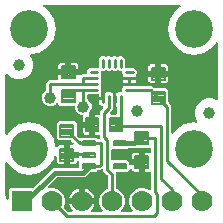
<source format=gbr>
G04 EAGLE Gerber RS-274X export*
G75*
%MOMM*%
%FSLAX34Y34*%
%LPD*%
%INTop Copper*%
%IPPOS*%
%AMOC8*
5,1,8,0,0,1.08239X$1,22.5*%
G01*
%ADD10C,3.200000*%
%ADD11C,1.000000*%
%ADD12C,0.250000*%
%ADD13C,0.203500*%
%ADD14C,0.204000*%
%ADD15R,1.778000X1.778000*%
%ADD16C,1.778000*%
%ADD17C,0.406400*%
%ADD18C,0.254000*%
%ADD19C,1.008000*%
%ADD20C,0.914400*%

G36*
X-9280Y-114042D02*
X-9280Y-114042D01*
X-9161Y-114035D01*
X-9123Y-114022D01*
X-9083Y-114017D01*
X-8972Y-113974D01*
X-8859Y-113937D01*
X-8825Y-113915D01*
X-8787Y-113901D01*
X-8691Y-113830D01*
X-8590Y-113767D01*
X-8562Y-113737D01*
X-8530Y-113714D01*
X-8454Y-113622D01*
X-8372Y-113535D01*
X-8353Y-113500D01*
X-8327Y-113469D01*
X-8276Y-113361D01*
X-8218Y-113257D01*
X-8208Y-113218D01*
X-8191Y-113181D01*
X-8169Y-113064D01*
X-8139Y-112949D01*
X-8135Y-112889D01*
X-8131Y-112869D01*
X-8133Y-112849D01*
X-8129Y-112788D01*
X-8129Y-105584D01*
X-6938Y-104393D01*
X11253Y-104393D01*
X11351Y-104381D01*
X11450Y-104378D01*
X11508Y-104361D01*
X11568Y-104353D01*
X11660Y-104317D01*
X11755Y-104289D01*
X11807Y-104259D01*
X11864Y-104236D01*
X11944Y-104178D01*
X12029Y-104128D01*
X12105Y-104062D01*
X12121Y-104050D01*
X12129Y-104040D01*
X12150Y-104022D01*
X29050Y-87121D01*
X50341Y-87121D01*
X50459Y-87106D01*
X50578Y-87099D01*
X50616Y-87086D01*
X50657Y-87081D01*
X50767Y-87038D01*
X50880Y-87001D01*
X50915Y-86979D01*
X50952Y-86964D01*
X51048Y-86895D01*
X51149Y-86831D01*
X51177Y-86801D01*
X51210Y-86778D01*
X51286Y-86686D01*
X51367Y-86599D01*
X51387Y-86564D01*
X51412Y-86533D01*
X51463Y-86425D01*
X51521Y-86321D01*
X51531Y-86281D01*
X51548Y-86245D01*
X51570Y-86128D01*
X51600Y-86013D01*
X51604Y-85953D01*
X51608Y-85933D01*
X51606Y-85912D01*
X51610Y-85852D01*
X51610Y-82699D01*
X51592Y-82555D01*
X51577Y-82409D01*
X51572Y-82397D01*
X51570Y-82383D01*
X51517Y-82248D01*
X51466Y-82111D01*
X51458Y-82100D01*
X51453Y-82088D01*
X51368Y-81970D01*
X51285Y-81850D01*
X51274Y-81841D01*
X51267Y-81830D01*
X51155Y-81738D01*
X51044Y-81642D01*
X51032Y-81636D01*
X51022Y-81628D01*
X50890Y-81566D01*
X50759Y-81501D01*
X50746Y-81498D01*
X50734Y-81492D01*
X50592Y-81465D01*
X50448Y-81434D01*
X50435Y-81435D01*
X50422Y-81432D01*
X50277Y-81441D01*
X50131Y-81447D01*
X50117Y-81451D01*
X50104Y-81452D01*
X49966Y-81497D01*
X49826Y-81539D01*
X49814Y-81546D01*
X49802Y-81550D01*
X49679Y-81628D01*
X49554Y-81703D01*
X49544Y-81713D01*
X49533Y-81720D01*
X49433Y-81826D01*
X49331Y-81930D01*
X49321Y-81946D01*
X49315Y-81952D01*
X49307Y-81967D01*
X49242Y-82064D01*
X48817Y-82800D01*
X48248Y-83369D01*
X47552Y-83771D01*
X46776Y-83979D01*
X43433Y-83979D01*
X43433Y-78485D01*
X50341Y-78485D01*
X50459Y-78470D01*
X50578Y-78463D01*
X50616Y-78450D01*
X50657Y-78445D01*
X50767Y-78401D01*
X50880Y-78365D01*
X50915Y-78343D01*
X50952Y-78328D01*
X51048Y-78258D01*
X51149Y-78195D01*
X51177Y-78165D01*
X51210Y-78141D01*
X51286Y-78050D01*
X51367Y-77963D01*
X51387Y-77928D01*
X51412Y-77896D01*
X51463Y-77789D01*
X51521Y-77685D01*
X51531Y-77645D01*
X51548Y-77609D01*
X51570Y-77492D01*
X51600Y-77377D01*
X51604Y-77320D01*
X59538Y-77320D01*
X59656Y-77305D01*
X59775Y-77298D01*
X59813Y-77285D01*
X59853Y-77280D01*
X59964Y-77237D01*
X60077Y-77200D01*
X60111Y-77178D01*
X60149Y-77163D01*
X60245Y-77094D01*
X60346Y-77030D01*
X60374Y-77000D01*
X60406Y-76977D01*
X60482Y-76885D01*
X60564Y-76798D01*
X60583Y-76763D01*
X60609Y-76732D01*
X60660Y-76624D01*
X60717Y-76520D01*
X60727Y-76480D01*
X60745Y-76444D01*
X60767Y-76327D01*
X60797Y-76212D01*
X60801Y-76152D01*
X60804Y-76132D01*
X60803Y-76111D01*
X60807Y-76051D01*
X60807Y-75841D01*
X60792Y-75723D01*
X60785Y-75604D01*
X60772Y-75566D01*
X60767Y-75525D01*
X60723Y-75415D01*
X60687Y-75302D01*
X60665Y-75267D01*
X60650Y-75230D01*
X60580Y-75133D01*
X60517Y-75033D01*
X60487Y-75005D01*
X60463Y-74972D01*
X60372Y-74896D01*
X60285Y-74815D01*
X60250Y-74795D01*
X60218Y-74770D01*
X60111Y-74719D01*
X60006Y-74661D01*
X59967Y-74651D01*
X59931Y-74634D01*
X59814Y-74612D01*
X59698Y-74582D01*
X59638Y-74578D01*
X59618Y-74574D01*
X59598Y-74576D01*
X59538Y-74572D01*
X51597Y-74572D01*
X51595Y-74558D01*
X51588Y-74439D01*
X51575Y-74401D01*
X51570Y-74361D01*
X51527Y-74250D01*
X51490Y-74137D01*
X51468Y-74102D01*
X51453Y-74065D01*
X51384Y-73969D01*
X51320Y-73868D01*
X51290Y-73840D01*
X51267Y-73807D01*
X51175Y-73732D01*
X51088Y-73650D01*
X51053Y-73630D01*
X51022Y-73605D01*
X50914Y-73554D01*
X50810Y-73496D01*
X50770Y-73486D01*
X50734Y-73469D01*
X50617Y-73447D01*
X50502Y-73417D01*
X50442Y-73413D01*
X50422Y-73409D01*
X50401Y-73411D01*
X50341Y-73407D01*
X43433Y-73407D01*
X43433Y-67913D01*
X45446Y-67913D01*
X45584Y-67896D01*
X45723Y-67883D01*
X45742Y-67876D01*
X45762Y-67873D01*
X45891Y-67822D01*
X46022Y-67775D01*
X46039Y-67764D01*
X46057Y-67756D01*
X46170Y-67675D01*
X46285Y-67597D01*
X46298Y-67581D01*
X46315Y-67570D01*
X46404Y-67462D01*
X46496Y-67358D01*
X46505Y-67340D01*
X46518Y-67325D01*
X46577Y-67199D01*
X46640Y-67075D01*
X46645Y-67055D01*
X46653Y-67037D01*
X46679Y-66901D01*
X46710Y-66765D01*
X46709Y-66744D01*
X46713Y-66725D01*
X46704Y-66586D01*
X46700Y-66447D01*
X46694Y-66427D01*
X46693Y-66407D01*
X46650Y-66275D01*
X46612Y-66141D01*
X46601Y-66124D01*
X46595Y-66105D01*
X46521Y-65987D01*
X46450Y-65867D01*
X46432Y-65846D01*
X46425Y-65836D01*
X46410Y-65822D01*
X46344Y-65747D01*
X44628Y-64030D01*
X44549Y-63970D01*
X44477Y-63902D01*
X44424Y-63873D01*
X44376Y-63836D01*
X44285Y-63796D01*
X44199Y-63748D01*
X44140Y-63733D01*
X44085Y-63709D01*
X43987Y-63694D01*
X43891Y-63669D01*
X43791Y-63663D01*
X43771Y-63659D01*
X43758Y-63661D01*
X43730Y-63659D01*
X34150Y-63659D01*
X32361Y-61870D01*
X32361Y-49382D01*
X34150Y-47593D01*
X47638Y-47593D01*
X49427Y-49382D01*
X49427Y-58962D01*
X49439Y-59060D01*
X49442Y-59159D01*
X49459Y-59218D01*
X49467Y-59278D01*
X49503Y-59370D01*
X49531Y-59465D01*
X49561Y-59517D01*
X49584Y-59573D01*
X49642Y-59653D01*
X49692Y-59739D01*
X49758Y-59814D01*
X49770Y-59831D01*
X49780Y-59839D01*
X49798Y-59860D01*
X51602Y-61663D01*
X51696Y-61736D01*
X51785Y-61815D01*
X51821Y-61833D01*
X51853Y-61858D01*
X51963Y-61906D01*
X52069Y-61960D01*
X52108Y-61969D01*
X52145Y-61985D01*
X52263Y-62003D01*
X52379Y-62029D01*
X52419Y-62028D01*
X52459Y-62034D01*
X52578Y-62023D01*
X52697Y-62020D01*
X52736Y-62008D01*
X52776Y-62005D01*
X52888Y-61964D01*
X53002Y-61931D01*
X53037Y-61911D01*
X53075Y-61897D01*
X53174Y-61830D01*
X53276Y-61770D01*
X53321Y-61730D01*
X53338Y-61718D01*
X53352Y-61703D01*
X53397Y-61663D01*
X65889Y-61663D01*
X66337Y-62112D01*
X66415Y-62172D01*
X66488Y-62240D01*
X66541Y-62269D01*
X66588Y-62306D01*
X66679Y-62346D01*
X66766Y-62394D01*
X66825Y-62409D01*
X66880Y-62433D01*
X66978Y-62448D01*
X67074Y-62473D01*
X67174Y-62479D01*
X67194Y-62483D01*
X67207Y-62481D01*
X67235Y-62483D01*
X68072Y-62483D01*
X68190Y-62468D01*
X68309Y-62461D01*
X68347Y-62448D01*
X68388Y-62443D01*
X68498Y-62400D01*
X68611Y-62363D01*
X68646Y-62341D01*
X68683Y-62326D01*
X68779Y-62257D01*
X68880Y-62193D01*
X68908Y-62163D01*
X68941Y-62140D01*
X69017Y-62048D01*
X69098Y-61961D01*
X69118Y-61926D01*
X69143Y-61895D01*
X69194Y-61787D01*
X69252Y-61683D01*
X69262Y-61643D01*
X69279Y-61607D01*
X69301Y-61490D01*
X69331Y-61375D01*
X69335Y-61315D01*
X69339Y-61295D01*
X69337Y-61274D01*
X69341Y-61214D01*
X69341Y-60338D01*
X69325Y-60212D01*
X69316Y-60087D01*
X69306Y-60055D01*
X69301Y-60022D01*
X69255Y-59905D01*
X69215Y-59785D01*
X69197Y-59757D01*
X69184Y-59726D01*
X69111Y-59625D01*
X69042Y-59519D01*
X69017Y-59496D01*
X68998Y-59469D01*
X68900Y-59389D01*
X68808Y-59303D01*
X68778Y-59288D01*
X68753Y-59266D01*
X68639Y-59212D01*
X68528Y-59153D01*
X68495Y-59145D01*
X68465Y-59131D01*
X68341Y-59107D01*
X68219Y-59077D01*
X68185Y-59077D01*
X68153Y-59071D01*
X68027Y-59079D01*
X68018Y-59079D01*
X65023Y-59079D01*
X65023Y-51816D01*
X65008Y-51698D01*
X65001Y-51579D01*
X64988Y-51541D01*
X64983Y-51501D01*
X64939Y-51390D01*
X64903Y-51277D01*
X64881Y-51242D01*
X64866Y-51205D01*
X64796Y-51109D01*
X64733Y-51008D01*
X64703Y-50980D01*
X64679Y-50948D01*
X64588Y-50872D01*
X64501Y-50790D01*
X64466Y-50771D01*
X64434Y-50745D01*
X64327Y-50694D01*
X64223Y-50637D01*
X64183Y-50626D01*
X64147Y-50609D01*
X64030Y-50587D01*
X63915Y-50557D01*
X63854Y-50553D01*
X63834Y-50549D01*
X63814Y-50551D01*
X63754Y-50547D01*
X62483Y-50547D01*
X62483Y-50545D01*
X63754Y-50545D01*
X63872Y-50530D01*
X63991Y-50523D01*
X64029Y-50510D01*
X64069Y-50505D01*
X64180Y-50461D01*
X64293Y-50425D01*
X64328Y-50403D01*
X64365Y-50388D01*
X64461Y-50318D01*
X64562Y-50255D01*
X64590Y-50225D01*
X64622Y-50201D01*
X64698Y-50110D01*
X64780Y-50023D01*
X64799Y-49988D01*
X64825Y-49956D01*
X64876Y-49849D01*
X64933Y-49745D01*
X64944Y-49705D01*
X64961Y-49669D01*
X64983Y-49552D01*
X65013Y-49437D01*
X65017Y-49376D01*
X65021Y-49356D01*
X65019Y-49336D01*
X65023Y-49276D01*
X65023Y-42013D01*
X67950Y-42013D01*
X67992Y-42021D01*
X68025Y-42019D01*
X68058Y-42024D01*
X68183Y-42009D01*
X68309Y-42001D01*
X68341Y-41991D01*
X68374Y-41987D01*
X68492Y-41942D01*
X68611Y-41903D01*
X68640Y-41886D01*
X68671Y-41874D01*
X68774Y-41801D01*
X68880Y-41733D01*
X68903Y-41709D01*
X68930Y-41690D01*
X69012Y-41593D01*
X69098Y-41502D01*
X69114Y-41472D01*
X69136Y-41447D01*
X69191Y-41333D01*
X69252Y-41223D01*
X69260Y-41191D01*
X69275Y-41161D01*
X69300Y-41037D01*
X69331Y-40915D01*
X69334Y-40867D01*
X69338Y-40849D01*
X69337Y-40827D01*
X69341Y-40754D01*
X69341Y-39018D01*
X71514Y-36845D01*
X71595Y-36740D01*
X71681Y-36639D01*
X71693Y-36615D01*
X71709Y-36594D01*
X71762Y-36472D01*
X71819Y-36353D01*
X71825Y-36327D01*
X71836Y-36302D01*
X71856Y-36171D01*
X71883Y-36041D01*
X71881Y-36014D01*
X71885Y-35988D01*
X71873Y-35856D01*
X71866Y-35724D01*
X71858Y-35698D01*
X71856Y-35671D01*
X71811Y-35546D01*
X71771Y-35420D01*
X71757Y-35397D01*
X71748Y-35372D01*
X71673Y-35262D01*
X71604Y-35150D01*
X71585Y-35131D01*
X71569Y-35109D01*
X71470Y-35021D01*
X71375Y-34929D01*
X71351Y-34916D01*
X71331Y-34898D01*
X71213Y-34838D01*
X71098Y-34773D01*
X71061Y-34761D01*
X71048Y-34754D01*
X71026Y-34749D01*
X70945Y-34721D01*
X70227Y-34529D01*
X69478Y-34097D01*
X68867Y-33486D01*
X68435Y-32737D01*
X68211Y-31902D01*
X68211Y-29989D01*
X71494Y-29989D01*
X71612Y-29974D01*
X71731Y-29967D01*
X71769Y-29955D01*
X71809Y-29950D01*
X71920Y-29906D01*
X72033Y-29869D01*
X72067Y-29847D01*
X72105Y-29833D01*
X72201Y-29763D01*
X72302Y-29699D01*
X72302Y-29698D01*
X72330Y-29669D01*
X72362Y-29646D01*
X72363Y-29645D01*
X72439Y-29553D01*
X72520Y-29467D01*
X72540Y-29431D01*
X72566Y-29400D01*
X72616Y-29293D01*
X72674Y-29188D01*
X72684Y-29149D01*
X72701Y-29113D01*
X72723Y-28996D01*
X72753Y-28880D01*
X72757Y-28820D01*
X72761Y-28800D01*
X72760Y-28780D01*
X72763Y-28720D01*
X72763Y-22912D01*
X73280Y-23211D01*
X73384Y-23254D01*
X73484Y-23305D01*
X73530Y-23316D01*
X73573Y-23334D01*
X73685Y-23350D01*
X73794Y-23375D01*
X73841Y-23374D01*
X73888Y-23381D01*
X74000Y-23369D01*
X74112Y-23365D01*
X74158Y-23352D01*
X74204Y-23347D01*
X74310Y-23308D01*
X74418Y-23277D01*
X74458Y-23253D01*
X74502Y-23237D01*
X74595Y-23173D01*
X74692Y-23115D01*
X74746Y-23068D01*
X74764Y-23055D01*
X74776Y-23041D01*
X74812Y-23009D01*
X75134Y-22687D01*
X77854Y-22687D01*
X78176Y-23009D01*
X78264Y-23078D01*
X78348Y-23153D01*
X78390Y-23175D01*
X78427Y-23204D01*
X78530Y-23249D01*
X78630Y-23301D01*
X78675Y-23312D01*
X78719Y-23330D01*
X78830Y-23348D01*
X78939Y-23374D01*
X78986Y-23373D01*
X79033Y-23380D01*
X79145Y-23370D01*
X79257Y-23367D01*
X79302Y-23355D01*
X79349Y-23350D01*
X79455Y-23312D01*
X79563Y-23282D01*
X79628Y-23250D01*
X79649Y-23243D01*
X79664Y-23233D01*
X79708Y-23211D01*
X80225Y-22912D01*
X80225Y-28720D01*
X80225Y-35077D01*
X80197Y-35096D01*
X80121Y-35188D01*
X80040Y-35275D01*
X80020Y-35310D01*
X79995Y-35341D01*
X79944Y-35449D01*
X79886Y-35553D01*
X79876Y-35593D01*
X79859Y-35629D01*
X79837Y-35746D01*
X79807Y-35861D01*
X79803Y-35921D01*
X79799Y-35941D01*
X79801Y-35962D01*
X79797Y-36022D01*
X79797Y-37904D01*
X77854Y-39847D01*
X77769Y-39956D01*
X77680Y-40063D01*
X77672Y-40082D01*
X77659Y-40098D01*
X77604Y-40226D01*
X77545Y-40351D01*
X77541Y-40371D01*
X77533Y-40390D01*
X77511Y-40528D01*
X77485Y-40664D01*
X77486Y-40684D01*
X77483Y-40704D01*
X77496Y-40843D01*
X77505Y-40981D01*
X77511Y-41000D01*
X77513Y-41020D01*
X77560Y-41152D01*
X77603Y-41283D01*
X77614Y-41301D01*
X77621Y-41320D01*
X77699Y-41435D01*
X77773Y-41552D01*
X77788Y-41566D01*
X77799Y-41583D01*
X77903Y-41675D01*
X78005Y-41770D01*
X78022Y-41780D01*
X78038Y-41793D01*
X78162Y-41857D01*
X78283Y-41924D01*
X78303Y-41929D01*
X78321Y-41938D01*
X78457Y-41968D01*
X78591Y-42003D01*
X78619Y-42005D01*
X78631Y-42008D01*
X78652Y-42007D01*
X78752Y-42013D01*
X81922Y-42013D01*
X82040Y-41998D01*
X82159Y-41991D01*
X82197Y-41978D01*
X82238Y-41973D01*
X82348Y-41930D01*
X82461Y-41893D01*
X82496Y-41871D01*
X82533Y-41856D01*
X82629Y-41787D01*
X82730Y-41723D01*
X82758Y-41693D01*
X82791Y-41670D01*
X82867Y-41578D01*
X82948Y-41491D01*
X82968Y-41456D01*
X82993Y-41425D01*
X83044Y-41317D01*
X83102Y-41213D01*
X83112Y-41173D01*
X83129Y-41137D01*
X83151Y-41020D01*
X83181Y-40905D01*
X83185Y-40845D01*
X83189Y-40825D01*
X83187Y-40804D01*
X83191Y-40744D01*
X83191Y-36022D01*
X83176Y-35904D01*
X83169Y-35785D01*
X83156Y-35747D01*
X83151Y-35706D01*
X83108Y-35596D01*
X83071Y-35483D01*
X83049Y-35448D01*
X83034Y-35411D01*
X82965Y-35315D01*
X82901Y-35214D01*
X82871Y-35186D01*
X82848Y-35153D01*
X82763Y-35084D01*
X82763Y-28720D01*
X82763Y-22912D01*
X83280Y-23211D01*
X83384Y-23254D01*
X83484Y-23305D01*
X83530Y-23316D01*
X83573Y-23334D01*
X83685Y-23350D01*
X83794Y-23375D01*
X83841Y-23374D01*
X83888Y-23381D01*
X84000Y-23369D01*
X84112Y-23365D01*
X84158Y-23352D01*
X84204Y-23347D01*
X84310Y-23308D01*
X84418Y-23277D01*
X84458Y-23253D01*
X84502Y-23237D01*
X84595Y-23173D01*
X84692Y-23115D01*
X84746Y-23068D01*
X84764Y-23055D01*
X84776Y-23041D01*
X84812Y-23009D01*
X85134Y-22687D01*
X86696Y-22687D01*
X86814Y-22672D01*
X86933Y-22665D01*
X86971Y-22652D01*
X87012Y-22647D01*
X87122Y-22604D01*
X87235Y-22567D01*
X87270Y-22545D01*
X87307Y-22530D01*
X87403Y-22461D01*
X87504Y-22397D01*
X87532Y-22367D01*
X87565Y-22344D01*
X87641Y-22252D01*
X87722Y-22165D01*
X87742Y-22130D01*
X87767Y-22099D01*
X87818Y-21991D01*
X87876Y-21887D01*
X87886Y-21847D01*
X87903Y-21811D01*
X87925Y-21694D01*
X87955Y-21579D01*
X87959Y-21519D01*
X87963Y-21499D01*
X87961Y-21478D01*
X87965Y-21418D01*
X87965Y-19856D01*
X88287Y-19534D01*
X88356Y-19446D01*
X88431Y-19362D01*
X88453Y-19320D01*
X88482Y-19283D01*
X88527Y-19180D01*
X88579Y-19080D01*
X88590Y-19035D01*
X88608Y-18991D01*
X88626Y-18880D01*
X88652Y-18771D01*
X88651Y-18724D01*
X88658Y-18677D01*
X88648Y-18565D01*
X88645Y-18453D01*
X88633Y-18408D01*
X88628Y-18361D01*
X88590Y-18255D01*
X88560Y-18147D01*
X88528Y-18082D01*
X88521Y-18061D01*
X88511Y-18046D01*
X88489Y-18002D01*
X88190Y-17485D01*
X93998Y-17485D01*
X100355Y-17485D01*
X100374Y-17513D01*
X100466Y-17589D01*
X100553Y-17670D01*
X100588Y-17690D01*
X100619Y-17715D01*
X100727Y-17766D01*
X100831Y-17824D01*
X100871Y-17834D01*
X100907Y-17851D01*
X101024Y-17873D01*
X101139Y-17903D01*
X101199Y-17907D01*
X101219Y-17911D01*
X101240Y-17909D01*
X101300Y-17913D01*
X112226Y-17913D01*
X112377Y-17894D01*
X112528Y-17877D01*
X112534Y-17874D01*
X112541Y-17873D01*
X112682Y-17818D01*
X112825Y-17763D01*
X112831Y-17759D01*
X112837Y-17756D01*
X112960Y-17667D01*
X112993Y-17644D01*
X114630Y-19282D01*
X114709Y-19342D01*
X114781Y-19410D01*
X114834Y-19439D01*
X114882Y-19476D01*
X114973Y-19516D01*
X115059Y-19564D01*
X115118Y-19579D01*
X115173Y-19603D01*
X115271Y-19618D01*
X115367Y-19643D01*
X115467Y-19649D01*
X115488Y-19653D01*
X115500Y-19651D01*
X115528Y-19653D01*
X125108Y-19653D01*
X126897Y-21442D01*
X126897Y-31022D01*
X126909Y-31120D01*
X126912Y-31219D01*
X126929Y-31278D01*
X126937Y-31338D01*
X126973Y-31430D01*
X127001Y-31525D01*
X127031Y-31577D01*
X127054Y-31633D01*
X127112Y-31713D01*
X127162Y-31799D01*
X127228Y-31874D01*
X127240Y-31891D01*
X127250Y-31899D01*
X127268Y-31920D01*
X129287Y-33938D01*
X129287Y-56817D01*
X129300Y-56921D01*
X129304Y-57025D01*
X129320Y-57078D01*
X129327Y-57132D01*
X129365Y-57229D01*
X129395Y-57330D01*
X129423Y-57377D01*
X129444Y-57428D01*
X129505Y-57513D01*
X129559Y-57602D01*
X129598Y-57641D01*
X129630Y-57686D01*
X129711Y-57752D01*
X129785Y-57825D01*
X129833Y-57853D01*
X129875Y-57888D01*
X129970Y-57933D01*
X130060Y-57985D01*
X130113Y-58000D01*
X130163Y-58024D01*
X130266Y-58043D01*
X130366Y-58072D01*
X130421Y-58073D01*
X130475Y-58084D01*
X130580Y-58077D01*
X130684Y-58080D01*
X130738Y-58067D01*
X130793Y-58064D01*
X130892Y-58032D01*
X130994Y-58008D01*
X131043Y-57983D01*
X131095Y-57966D01*
X131184Y-57910D01*
X131276Y-57862D01*
X131317Y-57825D01*
X131364Y-57796D01*
X131436Y-57720D01*
X131514Y-57650D01*
X131567Y-57580D01*
X131582Y-57564D01*
X131589Y-57551D01*
X131611Y-57522D01*
X133169Y-55191D01*
X140361Y-50386D01*
X148844Y-48698D01*
X149914Y-48911D01*
X149929Y-48912D01*
X149943Y-48916D01*
X150087Y-48923D01*
X150231Y-48933D01*
X150246Y-48931D01*
X150260Y-48931D01*
X150402Y-48902D01*
X150544Y-48876D01*
X150557Y-48870D01*
X150572Y-48867D01*
X150702Y-48803D01*
X150833Y-48743D01*
X150844Y-48734D01*
X150858Y-48727D01*
X150968Y-48634D01*
X151080Y-48543D01*
X151088Y-48531D01*
X151100Y-48521D01*
X151183Y-48403D01*
X151269Y-48287D01*
X151274Y-48273D01*
X151283Y-48261D01*
X151334Y-48126D01*
X151388Y-47992D01*
X151390Y-47978D01*
X151395Y-47964D01*
X151411Y-47820D01*
X151431Y-47677D01*
X151429Y-47662D01*
X151431Y-47648D01*
X151410Y-47504D01*
X151394Y-47361D01*
X151388Y-47347D01*
X151386Y-47333D01*
X151334Y-47180D01*
X149511Y-42780D01*
X149511Y-37992D01*
X151343Y-33570D01*
X154728Y-30185D01*
X159150Y-28353D01*
X163938Y-28353D01*
X167408Y-29791D01*
X167456Y-29804D01*
X167501Y-29825D01*
X167609Y-29846D01*
X167715Y-29875D01*
X167765Y-29876D01*
X167814Y-29885D01*
X167923Y-29878D01*
X168033Y-29880D01*
X168081Y-29868D01*
X168131Y-29865D01*
X168235Y-29831D01*
X168342Y-29806D01*
X168386Y-29782D01*
X168433Y-29767D01*
X168526Y-29708D01*
X168623Y-29657D01*
X168660Y-29624D01*
X168702Y-29597D01*
X168777Y-29517D01*
X168859Y-29443D01*
X168886Y-29402D01*
X168920Y-29365D01*
X168973Y-29269D01*
X169033Y-29177D01*
X169050Y-29130D01*
X169074Y-29087D01*
X169101Y-28981D01*
X169137Y-28877D01*
X169141Y-28827D01*
X169153Y-28779D01*
X169163Y-28618D01*
X169163Y17825D01*
X169150Y17929D01*
X169146Y18033D01*
X169130Y18086D01*
X169123Y18141D01*
X169085Y18238D01*
X169055Y18338D01*
X169027Y18385D01*
X169006Y18437D01*
X168945Y18521D01*
X168891Y18611D01*
X168852Y18649D01*
X168820Y18694D01*
X168739Y18761D01*
X168665Y18834D01*
X168617Y18862D01*
X168575Y18897D01*
X168480Y18941D01*
X168390Y18994D01*
X168337Y19009D01*
X168287Y19032D01*
X168184Y19052D01*
X168084Y19080D01*
X168029Y19082D01*
X167975Y19092D01*
X167870Y19086D01*
X167766Y19088D01*
X167712Y19076D01*
X167657Y19072D01*
X167558Y19040D01*
X167456Y19017D01*
X167407Y18991D01*
X167355Y18974D01*
X167266Y18918D01*
X167174Y18870D01*
X167133Y18834D01*
X167086Y18804D01*
X167014Y18728D01*
X166936Y18658D01*
X166883Y18588D01*
X166868Y18573D01*
X166861Y18559D01*
X166839Y18531D01*
X164519Y15059D01*
X157327Y10254D01*
X148844Y8566D01*
X140361Y10254D01*
X133169Y15059D01*
X128364Y22251D01*
X126676Y30734D01*
X128364Y39217D01*
X133169Y46409D01*
X136641Y48729D01*
X136719Y48797D01*
X136804Y48858D01*
X136839Y48901D01*
X136881Y48937D01*
X136940Y49023D01*
X137007Y49103D01*
X137030Y49153D01*
X137062Y49199D01*
X137098Y49297D01*
X137142Y49391D01*
X137153Y49445D01*
X137172Y49497D01*
X137182Y49601D01*
X137202Y49704D01*
X137199Y49759D01*
X137204Y49813D01*
X137189Y49917D01*
X137182Y50021D01*
X137165Y50073D01*
X137157Y50128D01*
X137116Y50224D01*
X137084Y50323D01*
X137055Y50370D01*
X137033Y50421D01*
X136970Y50504D01*
X136914Y50592D01*
X136874Y50630D01*
X136841Y50674D01*
X136759Y50739D01*
X136683Y50810D01*
X136634Y50837D01*
X136591Y50871D01*
X136495Y50913D01*
X136404Y50964D01*
X136351Y50977D01*
X136300Y51000D01*
X136197Y51017D01*
X136096Y51043D01*
X136008Y51049D01*
X135987Y51052D01*
X135972Y51051D01*
X135935Y51053D01*
X22053Y51053D01*
X21949Y51040D01*
X21845Y51036D01*
X21792Y51020D01*
X21737Y51013D01*
X21640Y50975D01*
X21540Y50945D01*
X21493Y50917D01*
X21441Y50896D01*
X21357Y50835D01*
X21267Y50781D01*
X21229Y50742D01*
X21184Y50710D01*
X21117Y50629D01*
X21044Y50555D01*
X21016Y50507D01*
X20981Y50465D01*
X20937Y50370D01*
X20884Y50280D01*
X20869Y50227D01*
X20846Y50177D01*
X20826Y50074D01*
X20798Y49974D01*
X20796Y49919D01*
X20786Y49865D01*
X20792Y49760D01*
X20790Y49656D01*
X20802Y49602D01*
X20806Y49547D01*
X20838Y49448D01*
X20861Y49346D01*
X20887Y49297D01*
X20904Y49245D01*
X20960Y49156D01*
X21008Y49064D01*
X21044Y49023D01*
X21074Y48976D01*
X21150Y48904D01*
X21220Y48826D01*
X21290Y48773D01*
X21305Y48758D01*
X21319Y48751D01*
X21347Y48729D01*
X24819Y46409D01*
X29624Y39217D01*
X31312Y30734D01*
X29624Y22251D01*
X24819Y15059D01*
X17627Y10254D01*
X10895Y8914D01*
X10881Y8910D01*
X10866Y8908D01*
X10730Y8859D01*
X10593Y8814D01*
X10581Y8806D01*
X10567Y8801D01*
X10447Y8719D01*
X10326Y8641D01*
X10316Y8630D01*
X10303Y8622D01*
X10208Y8514D01*
X10110Y8408D01*
X10103Y8395D01*
X10093Y8384D01*
X10027Y8255D01*
X9959Y8128D01*
X9955Y8114D01*
X9948Y8100D01*
X9917Y7959D01*
X9882Y7819D01*
X9882Y7805D01*
X9879Y7790D01*
X9883Y7645D01*
X9884Y7501D01*
X9888Y7487D01*
X9889Y7472D01*
X9928Y7334D01*
X9966Y7194D01*
X9973Y7181D01*
X9977Y7167D01*
X10050Y7043D01*
X10121Y6916D01*
X10131Y6906D01*
X10139Y6893D01*
X10196Y6827D01*
X12033Y2394D01*
X12033Y-2394D01*
X10201Y-6816D01*
X6816Y-10201D01*
X2394Y-12033D01*
X-2394Y-12033D01*
X-6816Y-10201D01*
X-9009Y-8008D01*
X-9118Y-7923D01*
X-9225Y-7834D01*
X-9244Y-7826D01*
X-9260Y-7813D01*
X-9388Y-7758D01*
X-9513Y-7699D01*
X-9533Y-7695D01*
X-9552Y-7687D01*
X-9690Y-7665D01*
X-9826Y-7639D01*
X-9846Y-7640D01*
X-9866Y-7637D01*
X-10005Y-7650D01*
X-10143Y-7659D01*
X-10162Y-7665D01*
X-10182Y-7667D01*
X-10314Y-7714D01*
X-10445Y-7757D01*
X-10463Y-7768D01*
X-10482Y-7775D01*
X-10597Y-7853D01*
X-10714Y-7927D01*
X-10728Y-7942D01*
X-10745Y-7953D01*
X-10837Y-8057D01*
X-10932Y-8159D01*
X-10942Y-8176D01*
X-10955Y-8192D01*
X-11019Y-8316D01*
X-11086Y-8437D01*
X-11091Y-8457D01*
X-11100Y-8475D01*
X-11130Y-8611D01*
X-11165Y-8745D01*
X-11167Y-8773D01*
X-11170Y-8785D01*
X-11169Y-8806D01*
X-11175Y-8906D01*
X-11175Y-57957D01*
X-11162Y-58061D01*
X-11158Y-58165D01*
X-11142Y-58218D01*
X-11135Y-58273D01*
X-11097Y-58370D01*
X-11067Y-58470D01*
X-11039Y-58517D01*
X-11018Y-58569D01*
X-10957Y-58653D01*
X-10903Y-58743D01*
X-10864Y-58781D01*
X-10832Y-58826D01*
X-10751Y-58893D01*
X-10677Y-58966D01*
X-10629Y-58994D01*
X-10587Y-59029D01*
X-10492Y-59073D01*
X-10402Y-59126D01*
X-10349Y-59141D01*
X-10299Y-59164D01*
X-10196Y-59184D01*
X-10096Y-59212D01*
X-10041Y-59214D01*
X-9987Y-59224D01*
X-9882Y-59218D01*
X-9778Y-59220D01*
X-9724Y-59208D01*
X-9669Y-59204D01*
X-9570Y-59172D01*
X-9468Y-59149D01*
X-9419Y-59123D01*
X-9367Y-59106D01*
X-9278Y-59050D01*
X-9186Y-59002D01*
X-9144Y-58966D01*
X-9098Y-58936D01*
X-9026Y-58860D01*
X-8948Y-58790D01*
X-8895Y-58720D01*
X-8880Y-58704D01*
X-8873Y-58691D01*
X-8851Y-58663D01*
X-6531Y-55191D01*
X661Y-50386D01*
X9144Y-48698D01*
X17627Y-50386D01*
X24819Y-55191D01*
X29624Y-62383D01*
X30829Y-68441D01*
X30834Y-68455D01*
X30836Y-68470D01*
X30884Y-68606D01*
X30930Y-68743D01*
X30938Y-68755D01*
X30943Y-68769D01*
X31024Y-68889D01*
X31103Y-69010D01*
X31113Y-69020D01*
X31122Y-69032D01*
X31230Y-69128D01*
X31336Y-69226D01*
X31349Y-69233D01*
X31360Y-69243D01*
X31489Y-69308D01*
X31616Y-69377D01*
X31630Y-69381D01*
X31643Y-69387D01*
X31784Y-69419D01*
X31925Y-69454D01*
X31939Y-69454D01*
X31954Y-69457D01*
X32098Y-69453D01*
X32243Y-69451D01*
X32257Y-69448D01*
X32272Y-69447D01*
X32410Y-69407D01*
X32550Y-69370D01*
X32563Y-69363D01*
X32577Y-69359D01*
X32701Y-69286D01*
X32828Y-69215D01*
X32838Y-69205D01*
X32851Y-69197D01*
X32972Y-69091D01*
X33540Y-68523D01*
X34236Y-68121D01*
X35012Y-67913D01*
X38355Y-67913D01*
X38355Y-74676D01*
X38370Y-74794D01*
X38377Y-74913D01*
X38390Y-74951D01*
X38395Y-74991D01*
X38438Y-75102D01*
X38475Y-75215D01*
X38497Y-75250D01*
X38512Y-75287D01*
X38582Y-75383D01*
X38645Y-75484D01*
X38675Y-75512D01*
X38699Y-75544D01*
X38790Y-75620D01*
X38877Y-75702D01*
X38912Y-75721D01*
X38943Y-75747D01*
X39051Y-75798D01*
X39155Y-75855D01*
X39195Y-75866D01*
X39231Y-75883D01*
X39348Y-75905D01*
X39463Y-75935D01*
X39524Y-75939D01*
X39544Y-75943D01*
X39564Y-75941D01*
X39624Y-75945D01*
X40895Y-75945D01*
X40895Y-75947D01*
X39624Y-75947D01*
X39506Y-75962D01*
X39387Y-75969D01*
X39349Y-75982D01*
X39309Y-75987D01*
X39198Y-76031D01*
X39085Y-76067D01*
X39050Y-76089D01*
X39013Y-76104D01*
X38917Y-76174D01*
X38816Y-76237D01*
X38788Y-76267D01*
X38755Y-76291D01*
X38680Y-76382D01*
X38598Y-76469D01*
X38578Y-76504D01*
X38553Y-76536D01*
X38502Y-76643D01*
X38444Y-76747D01*
X38434Y-76787D01*
X38417Y-76823D01*
X38395Y-76940D01*
X38365Y-77055D01*
X38361Y-77116D01*
X38357Y-77136D01*
X38359Y-77156D01*
X38355Y-77216D01*
X38355Y-83979D01*
X35012Y-83979D01*
X34236Y-83771D01*
X33540Y-83369D01*
X32971Y-82800D01*
X32569Y-82104D01*
X32361Y-81328D01*
X32361Y-78477D01*
X32357Y-78442D01*
X32359Y-78408D01*
X32337Y-78285D01*
X32321Y-78162D01*
X32309Y-78129D01*
X32302Y-78095D01*
X32250Y-77981D01*
X32204Y-77866D01*
X32184Y-77838D01*
X32169Y-77806D01*
X32091Y-77709D01*
X32018Y-77609D01*
X31991Y-77586D01*
X31968Y-77559D01*
X31869Y-77485D01*
X31773Y-77406D01*
X31741Y-77391D01*
X31713Y-77370D01*
X31597Y-77323D01*
X31485Y-77270D01*
X31451Y-77264D01*
X31418Y-77250D01*
X31294Y-77234D01*
X31173Y-77210D01*
X31138Y-77213D01*
X31103Y-77208D01*
X30979Y-77222D01*
X30855Y-77230D01*
X30822Y-77241D01*
X30787Y-77245D01*
X30671Y-77290D01*
X30553Y-77328D01*
X30523Y-77347D01*
X30490Y-77360D01*
X30389Y-77432D01*
X30284Y-77498D01*
X30260Y-77524D01*
X30231Y-77544D01*
X30151Y-77639D01*
X30066Y-77730D01*
X30049Y-77761D01*
X30027Y-77787D01*
X29973Y-77900D01*
X29912Y-78009D01*
X29904Y-78042D01*
X29889Y-78074D01*
X29847Y-78230D01*
X29624Y-79349D01*
X24819Y-86541D01*
X17627Y-91346D01*
X9144Y-93034D01*
X661Y-91346D01*
X-6531Y-86541D01*
X-8851Y-83069D01*
X-8919Y-82991D01*
X-8980Y-82906D01*
X-9023Y-82871D01*
X-9059Y-82829D01*
X-9145Y-82770D01*
X-9225Y-82703D01*
X-9275Y-82680D01*
X-9321Y-82648D01*
X-9419Y-82612D01*
X-9513Y-82568D01*
X-9567Y-82557D01*
X-9619Y-82538D01*
X-9723Y-82528D01*
X-9826Y-82508D01*
X-9881Y-82511D01*
X-9935Y-82506D01*
X-10039Y-82521D01*
X-10143Y-82528D01*
X-10195Y-82545D01*
X-10250Y-82553D01*
X-10346Y-82594D01*
X-10445Y-82626D01*
X-10492Y-82655D01*
X-10543Y-82677D01*
X-10626Y-82740D01*
X-10714Y-82796D01*
X-10752Y-82836D01*
X-10796Y-82869D01*
X-10861Y-82952D01*
X-10932Y-83028D01*
X-10959Y-83076D01*
X-10993Y-83119D01*
X-11035Y-83215D01*
X-11086Y-83306D01*
X-11099Y-83359D01*
X-11122Y-83410D01*
X-11139Y-83513D01*
X-11165Y-83614D01*
X-11171Y-83702D01*
X-11174Y-83723D01*
X-11173Y-83738D01*
X-11175Y-83775D01*
X-11175Y-108966D01*
X-11173Y-108988D01*
X-11171Y-109066D01*
X-10937Y-112046D01*
X-10923Y-112113D01*
X-10919Y-112182D01*
X-10879Y-112338D01*
X-10605Y-113180D01*
X-10554Y-113288D01*
X-10510Y-113399D01*
X-10487Y-113432D01*
X-10470Y-113468D01*
X-10394Y-113560D01*
X-10324Y-113656D01*
X-10293Y-113682D01*
X-10267Y-113713D01*
X-10171Y-113783D01*
X-10079Y-113859D01*
X-10042Y-113876D01*
X-10010Y-113900D01*
X-9899Y-113944D01*
X-9791Y-113995D01*
X-9751Y-114002D01*
X-9714Y-114017D01*
X-9596Y-114032D01*
X-9478Y-114055D01*
X-9438Y-114052D01*
X-9399Y-114057D01*
X-9280Y-114042D01*
G37*
%LPC*%
G36*
X54451Y-48007D02*
X54451Y-48007D01*
X54451Y-44664D01*
X54636Y-43977D01*
X54653Y-43852D01*
X54676Y-43728D01*
X54674Y-43695D01*
X54679Y-43661D01*
X54664Y-43536D01*
X54656Y-43411D01*
X54646Y-43379D01*
X54642Y-43346D01*
X54597Y-43228D01*
X54558Y-43109D01*
X54540Y-43080D01*
X54528Y-43049D01*
X54456Y-42946D01*
X54388Y-42840D01*
X54364Y-42817D01*
X54344Y-42789D01*
X54248Y-42708D01*
X54157Y-42622D01*
X54127Y-42606D01*
X54101Y-42584D01*
X53988Y-42529D01*
X53878Y-42468D01*
X53846Y-42460D01*
X53815Y-42445D01*
X53692Y-42420D01*
X53570Y-42389D01*
X53521Y-42386D01*
X53503Y-42382D01*
X53482Y-42383D01*
X53466Y-42382D01*
X50858Y-41302D01*
X48868Y-39312D01*
X47791Y-36713D01*
X47791Y-35718D01*
X47776Y-35600D01*
X47769Y-35481D01*
X47756Y-35443D01*
X47751Y-35402D01*
X47708Y-35292D01*
X47671Y-35179D01*
X47649Y-35144D01*
X47634Y-35107D01*
X47565Y-35011D01*
X47501Y-34910D01*
X47471Y-34882D01*
X47448Y-34849D01*
X47356Y-34773D01*
X47269Y-34692D01*
X47234Y-34672D01*
X47203Y-34647D01*
X47095Y-34596D01*
X46991Y-34538D01*
X46951Y-34528D01*
X46915Y-34511D01*
X46798Y-34489D01*
X46683Y-34459D01*
X46623Y-34455D01*
X46603Y-34451D01*
X46582Y-34453D01*
X46522Y-34449D01*
X35420Y-34449D01*
X33689Y-32718D01*
X33595Y-32645D01*
X33506Y-32567D01*
X33470Y-32548D01*
X33438Y-32523D01*
X33328Y-32476D01*
X33222Y-32422D01*
X33183Y-32413D01*
X33146Y-32397D01*
X33028Y-32378D01*
X32912Y-32352D01*
X32872Y-32353D01*
X32832Y-32347D01*
X32713Y-32358D01*
X32594Y-32362D01*
X32555Y-32373D01*
X32515Y-32377D01*
X32403Y-32417D01*
X32289Y-32450D01*
X32254Y-32471D01*
X32216Y-32485D01*
X32117Y-32551D01*
X32015Y-32612D01*
X31970Y-32652D01*
X31953Y-32663D01*
X31939Y-32679D01*
X31894Y-32718D01*
X30930Y-33682D01*
X28331Y-34759D01*
X25517Y-34759D01*
X22918Y-33682D01*
X20928Y-31692D01*
X19851Y-29093D01*
X19851Y-26279D01*
X20928Y-23680D01*
X22937Y-21670D01*
X23001Y-21630D01*
X23114Y-21566D01*
X23135Y-21545D01*
X23160Y-21529D01*
X23249Y-21434D01*
X23342Y-21344D01*
X23358Y-21319D01*
X23378Y-21298D01*
X23441Y-21184D01*
X23509Y-21073D01*
X23517Y-21045D01*
X23532Y-21019D01*
X23564Y-20893D01*
X23602Y-20769D01*
X23604Y-20740D01*
X23611Y-20711D01*
X23621Y-20550D01*
X23621Y-14848D01*
X25556Y-12913D01*
X32362Y-12913D01*
X32480Y-12898D01*
X32599Y-12891D01*
X32637Y-12878D01*
X32678Y-12873D01*
X32788Y-12830D01*
X32901Y-12793D01*
X32936Y-12771D01*
X32973Y-12756D01*
X33069Y-12687D01*
X33170Y-12623D01*
X33198Y-12593D01*
X33231Y-12570D01*
X33307Y-12478D01*
X33388Y-12391D01*
X33408Y-12356D01*
X33433Y-12325D01*
X33484Y-12217D01*
X33542Y-12113D01*
X33552Y-12073D01*
X33569Y-12037D01*
X33591Y-11920D01*
X33621Y-11805D01*
X33625Y-11745D01*
X33629Y-11725D01*
X33627Y-11704D01*
X33631Y-11644D01*
X33631Y-8635D01*
X40894Y-8635D01*
X41012Y-8620D01*
X41131Y-8613D01*
X41169Y-8600D01*
X41209Y-8595D01*
X41320Y-8551D01*
X41433Y-8515D01*
X41468Y-8493D01*
X41505Y-8478D01*
X41601Y-8408D01*
X41702Y-8345D01*
X41730Y-8315D01*
X41762Y-8291D01*
X41838Y-8200D01*
X41920Y-8113D01*
X41939Y-8078D01*
X41965Y-8046D01*
X42016Y-7939D01*
X42073Y-7835D01*
X42084Y-7795D01*
X42101Y-7759D01*
X42123Y-7642D01*
X42153Y-7527D01*
X42157Y-7466D01*
X42161Y-7446D01*
X42159Y-7426D01*
X42163Y-7366D01*
X42163Y-6095D01*
X42165Y-6095D01*
X42165Y-7366D01*
X42180Y-7484D01*
X42187Y-7603D01*
X42200Y-7641D01*
X42205Y-7681D01*
X42249Y-7792D01*
X42285Y-7905D01*
X42307Y-7940D01*
X42322Y-7977D01*
X42392Y-8073D01*
X42455Y-8174D01*
X42485Y-8202D01*
X42509Y-8234D01*
X42600Y-8310D01*
X42687Y-8392D01*
X42722Y-8411D01*
X42754Y-8437D01*
X42861Y-8488D01*
X42965Y-8545D01*
X43005Y-8556D01*
X43041Y-8573D01*
X43158Y-8595D01*
X43273Y-8625D01*
X43334Y-8629D01*
X43354Y-8633D01*
X43374Y-8631D01*
X43434Y-8635D01*
X51181Y-8635D01*
X51252Y-8698D01*
X51270Y-8707D01*
X51285Y-8720D01*
X51411Y-8779D01*
X51535Y-8842D01*
X51555Y-8847D01*
X51573Y-8855D01*
X51710Y-8881D01*
X51845Y-8912D01*
X51866Y-8911D01*
X51885Y-8915D01*
X52024Y-8906D01*
X52163Y-8902D01*
X52183Y-8896D01*
X52203Y-8895D01*
X52335Y-8853D01*
X52469Y-8814D01*
X52486Y-8803D01*
X52505Y-8797D01*
X52623Y-8723D01*
X52743Y-8652D01*
X52764Y-8634D01*
X52774Y-8627D01*
X52788Y-8612D01*
X52863Y-8546D01*
X53496Y-7913D01*
X56688Y-7913D01*
X56806Y-7898D01*
X56925Y-7891D01*
X56963Y-7878D01*
X57004Y-7873D01*
X57114Y-7830D01*
X57227Y-7793D01*
X57262Y-7771D01*
X57299Y-7756D01*
X57395Y-7687D01*
X57496Y-7623D01*
X57524Y-7593D01*
X57557Y-7570D01*
X57633Y-7478D01*
X57714Y-7391D01*
X57734Y-7356D01*
X57759Y-7325D01*
X57810Y-7217D01*
X57868Y-7113D01*
X57878Y-7073D01*
X57895Y-7037D01*
X57917Y-6920D01*
X57947Y-6805D01*
X57951Y-6745D01*
X57955Y-6725D01*
X57953Y-6704D01*
X57957Y-6644D01*
X57957Y-4856D01*
X59880Y-2933D01*
X66942Y-2933D01*
X67060Y-2918D01*
X67179Y-2911D01*
X67217Y-2898D01*
X67258Y-2893D01*
X67368Y-2850D01*
X67481Y-2813D01*
X67516Y-2791D01*
X67553Y-2776D01*
X67649Y-2707D01*
X67750Y-2643D01*
X67778Y-2613D01*
X67811Y-2590D01*
X67887Y-2498D01*
X67968Y-2411D01*
X67988Y-2376D01*
X68013Y-2345D01*
X68064Y-2237D01*
X68122Y-2133D01*
X68132Y-2093D01*
X68149Y-2057D01*
X68171Y-1940D01*
X68201Y-1825D01*
X68205Y-1765D01*
X68209Y-1745D01*
X68207Y-1724D01*
X68211Y-1664D01*
X68211Y5398D01*
X70134Y7321D01*
X72854Y7321D01*
X73097Y7078D01*
X73191Y7005D01*
X73280Y6926D01*
X73316Y6908D01*
X73348Y6883D01*
X73457Y6836D01*
X73563Y6782D01*
X73603Y6773D01*
X73640Y6757D01*
X73757Y6738D01*
X73873Y6712D01*
X73914Y6713D01*
X73954Y6707D01*
X74073Y6718D01*
X74191Y6722D01*
X74230Y6733D01*
X74270Y6737D01*
X74383Y6777D01*
X74497Y6810D01*
X74532Y6831D01*
X74570Y6844D01*
X74668Y6911D01*
X74771Y6972D01*
X74816Y7011D01*
X74833Y7023D01*
X74846Y7038D01*
X74892Y7078D01*
X75134Y7321D01*
X77854Y7321D01*
X78097Y7078D01*
X78191Y7005D01*
X78280Y6926D01*
X78316Y6908D01*
X78348Y6883D01*
X78457Y6836D01*
X78563Y6782D01*
X78603Y6773D01*
X78640Y6757D01*
X78757Y6738D01*
X78873Y6712D01*
X78914Y6713D01*
X78954Y6707D01*
X79073Y6718D01*
X79191Y6722D01*
X79230Y6733D01*
X79270Y6737D01*
X79383Y6777D01*
X79497Y6810D01*
X79532Y6831D01*
X79570Y6844D01*
X79668Y6911D01*
X79771Y6972D01*
X79816Y7011D01*
X79833Y7023D01*
X79846Y7038D01*
X79892Y7078D01*
X80134Y7321D01*
X82854Y7321D01*
X83097Y7078D01*
X83191Y7005D01*
X83280Y6926D01*
X83316Y6908D01*
X83348Y6883D01*
X83457Y6836D01*
X83563Y6782D01*
X83603Y6773D01*
X83640Y6757D01*
X83757Y6738D01*
X83873Y6712D01*
X83914Y6713D01*
X83954Y6707D01*
X84073Y6718D01*
X84191Y6722D01*
X84230Y6733D01*
X84270Y6737D01*
X84383Y6777D01*
X84497Y6810D01*
X84532Y6831D01*
X84570Y6844D01*
X84668Y6911D01*
X84771Y6972D01*
X84816Y7011D01*
X84833Y7023D01*
X84846Y7038D01*
X84892Y7078D01*
X85134Y7321D01*
X87854Y7321D01*
X89777Y5398D01*
X89777Y-1664D01*
X89792Y-1782D01*
X89799Y-1901D01*
X89812Y-1939D01*
X89817Y-1980D01*
X89860Y-2090D01*
X89897Y-2203D01*
X89919Y-2238D01*
X89934Y-2275D01*
X90003Y-2371D01*
X90067Y-2472D01*
X90097Y-2500D01*
X90120Y-2533D01*
X90212Y-2609D01*
X90299Y-2690D01*
X90334Y-2710D01*
X90365Y-2735D01*
X90473Y-2786D01*
X90577Y-2844D01*
X90617Y-2854D01*
X90653Y-2871D01*
X90770Y-2893D01*
X90885Y-2923D01*
X90945Y-2927D01*
X90965Y-2931D01*
X90986Y-2929D01*
X91046Y-2933D01*
X98108Y-2933D01*
X100031Y-4856D01*
X100031Y-7576D01*
X99709Y-7898D01*
X99640Y-7986D01*
X99565Y-8070D01*
X99543Y-8112D01*
X99514Y-8149D01*
X99469Y-8252D01*
X99417Y-8352D01*
X99406Y-8397D01*
X99388Y-8441D01*
X99370Y-8552D01*
X99344Y-8661D01*
X99345Y-8708D01*
X99338Y-8755D01*
X99348Y-8867D01*
X99351Y-8979D01*
X99363Y-9024D01*
X99368Y-9071D01*
X99406Y-9177D01*
X99436Y-9285D01*
X99468Y-9350D01*
X99475Y-9371D01*
X99485Y-9386D01*
X99507Y-9430D01*
X99806Y-9947D01*
X93998Y-9947D01*
X88190Y-9947D01*
X88489Y-9430D01*
X88532Y-9326D01*
X88583Y-9226D01*
X88594Y-9180D01*
X88612Y-9137D01*
X88628Y-9025D01*
X88653Y-8916D01*
X88652Y-8869D01*
X88659Y-8822D01*
X88647Y-8710D01*
X88643Y-8598D01*
X88630Y-8552D01*
X88625Y-8506D01*
X88586Y-8400D01*
X88555Y-8292D01*
X88531Y-8252D01*
X88515Y-8208D01*
X88451Y-8115D01*
X88393Y-8018D01*
X88346Y-7964D01*
X88333Y-7946D01*
X88319Y-7934D01*
X88287Y-7898D01*
X87965Y-7576D01*
X87965Y-6014D01*
X87950Y-5896D01*
X87943Y-5777D01*
X87930Y-5739D01*
X87925Y-5698D01*
X87882Y-5588D01*
X87845Y-5475D01*
X87823Y-5440D01*
X87808Y-5403D01*
X87739Y-5307D01*
X87675Y-5206D01*
X87645Y-5178D01*
X87622Y-5145D01*
X87530Y-5069D01*
X87443Y-4988D01*
X87408Y-4968D01*
X87377Y-4943D01*
X87269Y-4892D01*
X87165Y-4834D01*
X87125Y-4824D01*
X87089Y-4807D01*
X86972Y-4785D01*
X86857Y-4755D01*
X86797Y-4751D01*
X86777Y-4747D01*
X86756Y-4749D01*
X86696Y-4745D01*
X85134Y-4745D01*
X84892Y-4502D01*
X84812Y-4440D01*
X84745Y-4378D01*
X84729Y-4369D01*
X84708Y-4350D01*
X84672Y-4332D01*
X84640Y-4307D01*
X84533Y-4261D01*
X84467Y-4224D01*
X84456Y-4221D01*
X84425Y-4206D01*
X84386Y-4197D01*
X84348Y-4181D01*
X84231Y-4162D01*
X84194Y-4154D01*
X84159Y-4145D01*
X84152Y-4144D01*
X84115Y-4136D01*
X84074Y-4137D01*
X84034Y-4131D01*
X83995Y-4135D01*
X83990Y-4135D01*
X83973Y-4137D01*
X83916Y-4142D01*
X83797Y-4146D01*
X83758Y-4157D01*
X83718Y-4161D01*
X83683Y-4173D01*
X83674Y-4174D01*
X83620Y-4196D01*
X83606Y-4201D01*
X83491Y-4234D01*
X83456Y-4255D01*
X83418Y-4268D01*
X83393Y-4286D01*
X83379Y-4291D01*
X83311Y-4340D01*
X83217Y-4396D01*
X83172Y-4435D01*
X83155Y-4447D01*
X83142Y-4462D01*
X83134Y-4469D01*
X83121Y-4478D01*
X83115Y-4486D01*
X83097Y-4502D01*
X82854Y-4745D01*
X80134Y-4745D01*
X79892Y-4502D01*
X79812Y-4440D01*
X79745Y-4378D01*
X79729Y-4369D01*
X79708Y-4350D01*
X79672Y-4332D01*
X79640Y-4307D01*
X79533Y-4261D01*
X79467Y-4224D01*
X79456Y-4221D01*
X79425Y-4206D01*
X79386Y-4197D01*
X79348Y-4181D01*
X79231Y-4162D01*
X79194Y-4154D01*
X79159Y-4145D01*
X79152Y-4144D01*
X79115Y-4136D01*
X79074Y-4137D01*
X79034Y-4131D01*
X78995Y-4135D01*
X78990Y-4135D01*
X78973Y-4137D01*
X78916Y-4142D01*
X78797Y-4146D01*
X78758Y-4157D01*
X78718Y-4161D01*
X78683Y-4173D01*
X78674Y-4174D01*
X78620Y-4196D01*
X78606Y-4201D01*
X78491Y-4234D01*
X78456Y-4255D01*
X78418Y-4268D01*
X78393Y-4286D01*
X78379Y-4291D01*
X78311Y-4340D01*
X78217Y-4396D01*
X78172Y-4435D01*
X78155Y-4447D01*
X78142Y-4462D01*
X78134Y-4469D01*
X78121Y-4478D01*
X78115Y-4486D01*
X78097Y-4502D01*
X77854Y-4745D01*
X75134Y-4745D01*
X74892Y-4502D01*
X74812Y-4440D01*
X74745Y-4378D01*
X74729Y-4369D01*
X74708Y-4350D01*
X74672Y-4332D01*
X74640Y-4307D01*
X74533Y-4261D01*
X74467Y-4224D01*
X74456Y-4221D01*
X74425Y-4206D01*
X74386Y-4197D01*
X74348Y-4181D01*
X74231Y-4162D01*
X74194Y-4154D01*
X74159Y-4145D01*
X74152Y-4144D01*
X74115Y-4136D01*
X74074Y-4137D01*
X74034Y-4131D01*
X73995Y-4135D01*
X73990Y-4135D01*
X73973Y-4137D01*
X73916Y-4142D01*
X73797Y-4146D01*
X73758Y-4157D01*
X73718Y-4161D01*
X73683Y-4173D01*
X73674Y-4174D01*
X73620Y-4196D01*
X73606Y-4201D01*
X73491Y-4234D01*
X73456Y-4255D01*
X73418Y-4268D01*
X73393Y-4286D01*
X73379Y-4291D01*
X73311Y-4340D01*
X73217Y-4396D01*
X73172Y-4435D01*
X73155Y-4447D01*
X73142Y-4462D01*
X73134Y-4469D01*
X73121Y-4478D01*
X73115Y-4486D01*
X73097Y-4502D01*
X72854Y-4745D01*
X71292Y-4745D01*
X71174Y-4760D01*
X71055Y-4767D01*
X71017Y-4780D01*
X70976Y-4785D01*
X70866Y-4828D01*
X70753Y-4865D01*
X70718Y-4887D01*
X70681Y-4902D01*
X70585Y-4971D01*
X70484Y-5035D01*
X70456Y-5065D01*
X70423Y-5088D01*
X70347Y-5180D01*
X70266Y-5267D01*
X70246Y-5302D01*
X70221Y-5333D01*
X70170Y-5441D01*
X70112Y-5545D01*
X70102Y-5585D01*
X70085Y-5621D01*
X70063Y-5738D01*
X70033Y-5853D01*
X70029Y-5913D01*
X70025Y-5933D01*
X70027Y-5954D01*
X70023Y-6014D01*
X70023Y-7576D01*
X69780Y-7818D01*
X69707Y-7913D01*
X69628Y-8002D01*
X69610Y-8038D01*
X69585Y-8070D01*
X69538Y-8179D01*
X69484Y-8285D01*
X69475Y-8324D01*
X69459Y-8362D01*
X69440Y-8479D01*
X69414Y-8595D01*
X69415Y-8636D01*
X69409Y-8676D01*
X69420Y-8794D01*
X69424Y-8913D01*
X69435Y-8952D01*
X69439Y-8992D01*
X69479Y-9105D01*
X69512Y-9219D01*
X69533Y-9254D01*
X69546Y-9292D01*
X69613Y-9390D01*
X69674Y-9493D01*
X69713Y-9538D01*
X69725Y-9555D01*
X69740Y-9568D01*
X69780Y-9613D01*
X70023Y-9856D01*
X70023Y-12576D01*
X69780Y-12818D01*
X69707Y-12913D01*
X69628Y-13002D01*
X69610Y-13038D01*
X69585Y-13070D01*
X69538Y-13179D01*
X69484Y-13285D01*
X69475Y-13324D01*
X69459Y-13362D01*
X69440Y-13479D01*
X69414Y-13595D01*
X69415Y-13636D01*
X69409Y-13676D01*
X69420Y-13794D01*
X69424Y-13913D01*
X69435Y-13952D01*
X69439Y-13992D01*
X69479Y-14104D01*
X69512Y-14219D01*
X69533Y-14254D01*
X69546Y-14292D01*
X69613Y-14390D01*
X69674Y-14493D01*
X69713Y-14538D01*
X69725Y-14555D01*
X69740Y-14568D01*
X69780Y-14613D01*
X70023Y-14856D01*
X70023Y-17576D01*
X69780Y-17818D01*
X69707Y-17913D01*
X69628Y-18002D01*
X69610Y-18038D01*
X69585Y-18070D01*
X69538Y-18179D01*
X69484Y-18285D01*
X69475Y-18324D01*
X69459Y-18362D01*
X69440Y-18479D01*
X69414Y-18595D01*
X69415Y-18636D01*
X69409Y-18676D01*
X69420Y-18794D01*
X69424Y-18913D01*
X69435Y-18952D01*
X69439Y-18992D01*
X69479Y-19104D01*
X69512Y-19219D01*
X69533Y-19254D01*
X69546Y-19292D01*
X69613Y-19390D01*
X69674Y-19493D01*
X69713Y-19538D01*
X69725Y-19555D01*
X69740Y-19568D01*
X69780Y-19613D01*
X70023Y-19856D01*
X70023Y-21418D01*
X70038Y-21536D01*
X70045Y-21655D01*
X70058Y-21693D01*
X70063Y-21734D01*
X70106Y-21844D01*
X70143Y-21957D01*
X70165Y-21992D01*
X70180Y-22029D01*
X70225Y-22091D01*
X70225Y-27451D01*
X68211Y-27451D01*
X68211Y-25768D01*
X68196Y-25650D01*
X68189Y-25531D01*
X68176Y-25493D01*
X68171Y-25452D01*
X68128Y-25342D01*
X68091Y-25229D01*
X68069Y-25194D01*
X68054Y-25157D01*
X67985Y-25061D01*
X67921Y-24960D01*
X67891Y-24932D01*
X67868Y-24899D01*
X67776Y-24823D01*
X67689Y-24742D01*
X67654Y-24722D01*
X67623Y-24697D01*
X67515Y-24646D01*
X67411Y-24588D01*
X67371Y-24578D01*
X67335Y-24561D01*
X67218Y-24539D01*
X67103Y-24509D01*
X67043Y-24505D01*
X67023Y-24501D01*
X67002Y-24503D01*
X66942Y-24499D01*
X65904Y-24499D01*
X65805Y-24511D01*
X65706Y-24514D01*
X65690Y-24519D01*
X59436Y-24519D01*
X59318Y-24534D01*
X59199Y-24541D01*
X59161Y-24554D01*
X59120Y-24559D01*
X59010Y-24602D01*
X58897Y-24639D01*
X58862Y-24661D01*
X58825Y-24676D01*
X58729Y-24745D01*
X58628Y-24809D01*
X58600Y-24839D01*
X58567Y-24862D01*
X58491Y-24954D01*
X58410Y-25041D01*
X58390Y-25076D01*
X58365Y-25107D01*
X58314Y-25215D01*
X58256Y-25319D01*
X58246Y-25359D01*
X58229Y-25395D01*
X58207Y-25512D01*
X58177Y-25627D01*
X58173Y-25687D01*
X58169Y-25707D01*
X58171Y-25728D01*
X58167Y-25788D01*
X58167Y-28170D01*
X58170Y-28200D01*
X58168Y-28229D01*
X58190Y-28357D01*
X58207Y-28486D01*
X58217Y-28513D01*
X58222Y-28543D01*
X58276Y-28661D01*
X58324Y-28782D01*
X58341Y-28806D01*
X58353Y-28833D01*
X58434Y-28934D01*
X58510Y-29039D01*
X58533Y-29058D01*
X58552Y-29081D01*
X58655Y-29159D01*
X58755Y-29242D01*
X58782Y-29254D01*
X58806Y-29272D01*
X58858Y-29298D01*
X60860Y-31300D01*
X61937Y-33899D01*
X61937Y-36713D01*
X60860Y-39312D01*
X60317Y-39856D01*
X60256Y-39934D01*
X60188Y-40006D01*
X60159Y-40059D01*
X60122Y-40107D01*
X60082Y-40198D01*
X60034Y-40285D01*
X60019Y-40343D01*
X59995Y-40399D01*
X59980Y-40497D01*
X59955Y-40593D01*
X59949Y-40693D01*
X59945Y-40713D01*
X59947Y-40725D01*
X59945Y-40753D01*
X59945Y-48007D01*
X54451Y-48007D01*
G37*
%LPD*%
G36*
X44618Y-124696D02*
X44618Y-124696D01*
X44756Y-124683D01*
X44775Y-124676D01*
X44796Y-124673D01*
X44925Y-124622D01*
X45056Y-124575D01*
X45072Y-124564D01*
X45091Y-124556D01*
X45204Y-124475D01*
X45319Y-124397D01*
X45332Y-124381D01*
X45349Y-124370D01*
X45437Y-124262D01*
X45529Y-124158D01*
X45538Y-124140D01*
X45551Y-124125D01*
X45611Y-123999D01*
X45674Y-123875D01*
X45678Y-123855D01*
X45687Y-123837D01*
X45713Y-123700D01*
X45743Y-123565D01*
X45743Y-123544D01*
X45747Y-123525D01*
X45738Y-123386D01*
X45734Y-123247D01*
X45728Y-123227D01*
X45727Y-123207D01*
X45684Y-123075D01*
X45645Y-122941D01*
X45635Y-122924D01*
X45629Y-122905D01*
X45554Y-122787D01*
X45484Y-122667D01*
X45465Y-122646D01*
X45459Y-122636D01*
X45444Y-122622D01*
X45377Y-122546D01*
X45263Y-122432D01*
X44252Y-121041D01*
X43471Y-119509D01*
X42940Y-117874D01*
X42931Y-117815D01*
X52364Y-117815D01*
X52482Y-117800D01*
X52601Y-117793D01*
X52639Y-117780D01*
X52679Y-117775D01*
X52790Y-117732D01*
X52903Y-117695D01*
X52937Y-117673D01*
X52975Y-117658D01*
X53071Y-117589D01*
X53172Y-117525D01*
X53200Y-117495D01*
X53232Y-117472D01*
X53308Y-117380D01*
X53390Y-117293D01*
X53409Y-117258D01*
X53435Y-117227D01*
X53486Y-117119D01*
X53543Y-117015D01*
X53553Y-116975D01*
X53571Y-116939D01*
X53591Y-116832D01*
X53595Y-116862D01*
X53639Y-116972D01*
X53675Y-117085D01*
X53697Y-117120D01*
X53712Y-117157D01*
X53782Y-117253D01*
X53845Y-117354D01*
X53875Y-117382D01*
X53899Y-117415D01*
X53990Y-117491D01*
X54077Y-117572D01*
X54112Y-117592D01*
X54144Y-117617D01*
X54251Y-117668D01*
X54356Y-117726D01*
X54395Y-117736D01*
X54431Y-117753D01*
X54548Y-117775D01*
X54664Y-117805D01*
X54724Y-117809D01*
X54744Y-117813D01*
X54764Y-117811D01*
X54824Y-117815D01*
X64257Y-117815D01*
X64248Y-117874D01*
X63717Y-119509D01*
X62936Y-121041D01*
X61925Y-122432D01*
X61811Y-122546D01*
X61726Y-122656D01*
X61637Y-122763D01*
X61628Y-122782D01*
X61616Y-122798D01*
X61560Y-122926D01*
X61501Y-123051D01*
X61497Y-123071D01*
X61489Y-123090D01*
X61467Y-123227D01*
X61441Y-123364D01*
X61443Y-123384D01*
X61439Y-123404D01*
X61452Y-123542D01*
X61461Y-123681D01*
X61467Y-123700D01*
X61469Y-123720D01*
X61516Y-123851D01*
X61559Y-123983D01*
X61570Y-124001D01*
X61577Y-124020D01*
X61655Y-124134D01*
X61729Y-124252D01*
X61744Y-124266D01*
X61755Y-124283D01*
X61860Y-124375D01*
X61961Y-124470D01*
X61979Y-124480D01*
X61994Y-124493D01*
X62118Y-124557D01*
X62239Y-124624D01*
X62259Y-124629D01*
X62277Y-124638D01*
X62413Y-124668D01*
X62547Y-124703D01*
X62575Y-124705D01*
X62587Y-124708D01*
X62608Y-124707D01*
X62708Y-124713D01*
X69880Y-124713D01*
X70018Y-124696D01*
X70156Y-124683D01*
X70175Y-124676D01*
X70196Y-124673D01*
X70325Y-124622D01*
X70456Y-124575D01*
X70472Y-124564D01*
X70491Y-124556D01*
X70603Y-124475D01*
X70719Y-124397D01*
X70732Y-124381D01*
X70749Y-124370D01*
X70837Y-124262D01*
X70929Y-124158D01*
X70938Y-124140D01*
X70951Y-124125D01*
X71011Y-123999D01*
X71074Y-123875D01*
X71078Y-123855D01*
X71087Y-123837D01*
X71113Y-123700D01*
X71143Y-123565D01*
X71143Y-123544D01*
X71147Y-123525D01*
X71138Y-123386D01*
X71134Y-123247D01*
X71128Y-123227D01*
X71127Y-123207D01*
X71084Y-123075D01*
X71045Y-122941D01*
X71035Y-122924D01*
X71029Y-122905D01*
X70954Y-122787D01*
X70884Y-122667D01*
X70865Y-122646D01*
X70859Y-122636D01*
X70844Y-122622D01*
X70777Y-122547D01*
X69734Y-121503D01*
X68071Y-117489D01*
X68071Y-113143D01*
X69734Y-109129D01*
X72807Y-106056D01*
X74908Y-105186D01*
X74933Y-105171D01*
X74961Y-105162D01*
X75071Y-105093D01*
X75184Y-105028D01*
X75205Y-105008D01*
X75230Y-104992D01*
X75319Y-104898D01*
X75412Y-104807D01*
X75428Y-104782D01*
X75448Y-104760D01*
X75511Y-104647D01*
X75579Y-104536D01*
X75587Y-104508D01*
X75602Y-104482D01*
X75634Y-104356D01*
X75672Y-104232D01*
X75674Y-104203D01*
X75681Y-104174D01*
X75691Y-104013D01*
X75691Y-94350D01*
X75679Y-94252D01*
X75676Y-94153D01*
X75659Y-94094D01*
X75651Y-94034D01*
X75615Y-93942D01*
X75587Y-93847D01*
X75557Y-93795D01*
X75534Y-93739D01*
X75476Y-93659D01*
X75426Y-93573D01*
X75360Y-93498D01*
X75348Y-93481D01*
X75338Y-93473D01*
X75320Y-93452D01*
X71881Y-90014D01*
X71881Y-89524D01*
X71864Y-89386D01*
X71851Y-89247D01*
X71844Y-89228D01*
X71841Y-89208D01*
X71790Y-89079D01*
X71743Y-88948D01*
X71732Y-88931D01*
X71724Y-88913D01*
X71643Y-88800D01*
X71565Y-88685D01*
X71549Y-88672D01*
X71538Y-88655D01*
X71430Y-88566D01*
X71326Y-88474D01*
X71308Y-88465D01*
X71293Y-88452D01*
X71167Y-88393D01*
X71043Y-88330D01*
X71023Y-88325D01*
X71005Y-88317D01*
X70869Y-88291D01*
X70733Y-88260D01*
X70712Y-88261D01*
X70693Y-88257D01*
X70554Y-88266D01*
X70415Y-88270D01*
X70395Y-88276D01*
X70375Y-88277D01*
X70243Y-88320D01*
X70109Y-88358D01*
X70092Y-88369D01*
X70073Y-88375D01*
X69955Y-88449D01*
X69835Y-88520D01*
X69814Y-88538D01*
X69804Y-88545D01*
X69790Y-88560D01*
X69714Y-88626D01*
X69592Y-88749D01*
X68947Y-88749D01*
X68830Y-88764D01*
X68711Y-88771D01*
X68652Y-88786D01*
X68632Y-88789D01*
X68613Y-88796D01*
X68555Y-88811D01*
X67865Y-89035D01*
X67833Y-89032D01*
X67756Y-89014D01*
X67676Y-89017D01*
X67596Y-89009D01*
X67517Y-89022D01*
X67438Y-89024D01*
X67361Y-89046D01*
X67282Y-89059D01*
X67209Y-89090D01*
X67132Y-89112D01*
X67063Y-89153D01*
X66990Y-89185D01*
X66927Y-89233D01*
X66858Y-89274D01*
X66739Y-89379D01*
X66738Y-89379D01*
X66738Y-89380D01*
X66737Y-89380D01*
X65889Y-90229D01*
X62095Y-90229D01*
X61997Y-90241D01*
X61898Y-90244D01*
X61840Y-90261D01*
X61780Y-90269D01*
X61688Y-90305D01*
X61593Y-90333D01*
X61541Y-90363D01*
X61484Y-90386D01*
X61404Y-90444D01*
X61319Y-90494D01*
X61243Y-90560D01*
X61227Y-90572D01*
X61219Y-90582D01*
X61198Y-90600D01*
X56548Y-95251D01*
X32943Y-95251D01*
X32845Y-95263D01*
X32746Y-95266D01*
X32688Y-95283D01*
X32628Y-95291D01*
X32536Y-95327D01*
X32441Y-95355D01*
X32389Y-95385D01*
X32332Y-95408D01*
X32252Y-95466D01*
X32167Y-95516D01*
X32091Y-95582D01*
X32075Y-95594D01*
X32067Y-95604D01*
X32046Y-95622D01*
X25442Y-102227D01*
X25357Y-102336D01*
X25268Y-102443D01*
X25259Y-102462D01*
X25247Y-102478D01*
X25191Y-102606D01*
X25132Y-102731D01*
X25129Y-102751D01*
X25121Y-102770D01*
X25099Y-102908D01*
X25073Y-103044D01*
X25074Y-103064D01*
X25071Y-103084D01*
X25084Y-103223D01*
X25092Y-103361D01*
X25099Y-103380D01*
X25101Y-103400D01*
X25148Y-103532D01*
X25190Y-103663D01*
X25201Y-103681D01*
X25208Y-103700D01*
X25286Y-103815D01*
X25361Y-103932D01*
X25375Y-103946D01*
X25387Y-103963D01*
X25491Y-104055D01*
X25592Y-104150D01*
X25610Y-104160D01*
X25625Y-104173D01*
X25749Y-104237D01*
X25871Y-104304D01*
X25890Y-104309D01*
X25908Y-104318D01*
X26044Y-104348D01*
X26179Y-104383D01*
X26207Y-104385D01*
X26219Y-104388D01*
X26239Y-104387D01*
X26339Y-104393D01*
X30367Y-104393D01*
X34381Y-106056D01*
X37454Y-109129D01*
X39117Y-113143D01*
X39117Y-117489D01*
X38246Y-119590D01*
X38239Y-119618D01*
X38225Y-119644D01*
X38197Y-119771D01*
X38163Y-119896D01*
X38162Y-119926D01*
X38156Y-119955D01*
X38160Y-120084D01*
X38157Y-120214D01*
X38164Y-120243D01*
X38165Y-120273D01*
X38201Y-120397D01*
X38232Y-120524D01*
X38245Y-120550D01*
X38254Y-120578D01*
X38319Y-120690D01*
X38380Y-120805D01*
X38400Y-120827D01*
X38415Y-120852D01*
X38522Y-120973D01*
X41890Y-124342D01*
X41969Y-124402D01*
X42041Y-124470D01*
X42094Y-124499D01*
X42142Y-124536D01*
X42233Y-124576D01*
X42319Y-124624D01*
X42378Y-124639D01*
X42433Y-124663D01*
X42531Y-124678D01*
X42627Y-124703D01*
X42727Y-124709D01*
X42748Y-124713D01*
X42760Y-124711D01*
X42788Y-124713D01*
X44480Y-124713D01*
X44618Y-124696D01*
G37*
G36*
X95418Y-124696D02*
X95418Y-124696D01*
X95556Y-124683D01*
X95575Y-124676D01*
X95596Y-124673D01*
X95725Y-124622D01*
X95856Y-124575D01*
X95872Y-124564D01*
X95891Y-124556D01*
X96003Y-124475D01*
X96119Y-124397D01*
X96132Y-124381D01*
X96149Y-124370D01*
X96237Y-124262D01*
X96329Y-124158D01*
X96338Y-124140D01*
X96351Y-124125D01*
X96411Y-123999D01*
X96474Y-123875D01*
X96478Y-123855D01*
X96487Y-123837D01*
X96513Y-123700D01*
X96543Y-123565D01*
X96543Y-123544D01*
X96547Y-123525D01*
X96538Y-123386D01*
X96534Y-123247D01*
X96528Y-123227D01*
X96527Y-123207D01*
X96484Y-123075D01*
X96445Y-122941D01*
X96435Y-122924D01*
X96429Y-122905D01*
X96354Y-122787D01*
X96284Y-122667D01*
X96265Y-122646D01*
X96259Y-122636D01*
X96244Y-122622D01*
X96177Y-122547D01*
X95134Y-121503D01*
X93471Y-117489D01*
X93471Y-113143D01*
X95134Y-109129D01*
X98207Y-106056D01*
X102221Y-104393D01*
X106567Y-104393D01*
X110766Y-106133D01*
X110814Y-106146D01*
X110859Y-106167D01*
X110967Y-106188D01*
X111073Y-106217D01*
X111123Y-106218D01*
X111172Y-106227D01*
X111281Y-106220D01*
X111391Y-106222D01*
X111439Y-106210D01*
X111489Y-106207D01*
X111593Y-106173D01*
X111700Y-106148D01*
X111744Y-106124D01*
X111791Y-106109D01*
X111884Y-106050D01*
X111981Y-105999D01*
X112018Y-105966D01*
X112060Y-105939D01*
X112135Y-105859D01*
X112217Y-105785D01*
X112244Y-105743D01*
X112278Y-105707D01*
X112331Y-105611D01*
X112391Y-105519D01*
X112408Y-105472D01*
X112432Y-105429D01*
X112459Y-105323D01*
X112495Y-105219D01*
X112499Y-105169D01*
X112511Y-105121D01*
X112521Y-104960D01*
X112521Y-91381D01*
X112506Y-91257D01*
X112496Y-91131D01*
X112486Y-91099D01*
X112481Y-91066D01*
X112435Y-90949D01*
X112395Y-90830D01*
X112377Y-90801D01*
X112364Y-90770D01*
X112291Y-90668D01*
X112222Y-90563D01*
X112197Y-90540D01*
X112178Y-90513D01*
X112081Y-90432D01*
X111988Y-90347D01*
X111959Y-90331D01*
X111933Y-90310D01*
X111819Y-90256D01*
X111708Y-90197D01*
X111675Y-90189D01*
X111645Y-90174D01*
X111521Y-90151D01*
X111399Y-90121D01*
X111366Y-90121D01*
X111333Y-90115D01*
X111207Y-90122D01*
X111081Y-90123D01*
X111033Y-90133D01*
X111015Y-90134D01*
X110995Y-90141D01*
X110923Y-90155D01*
X110276Y-90329D01*
X106933Y-90329D01*
X106933Y-83566D01*
X106918Y-83448D01*
X106911Y-83329D01*
X106898Y-83291D01*
X106893Y-83251D01*
X106849Y-83140D01*
X106813Y-83027D01*
X106791Y-82992D01*
X106776Y-82955D01*
X106706Y-82859D01*
X106643Y-82758D01*
X106613Y-82730D01*
X106589Y-82698D01*
X106498Y-82622D01*
X106411Y-82540D01*
X106376Y-82521D01*
X106344Y-82495D01*
X106237Y-82444D01*
X106133Y-82387D01*
X106093Y-82376D01*
X106057Y-82359D01*
X105940Y-82337D01*
X105825Y-82307D01*
X105764Y-82303D01*
X105744Y-82299D01*
X105724Y-82301D01*
X105664Y-82297D01*
X104393Y-82297D01*
X104393Y-82295D01*
X105664Y-82295D01*
X105782Y-82280D01*
X105901Y-82273D01*
X105939Y-82260D01*
X105979Y-82255D01*
X106090Y-82211D01*
X106203Y-82175D01*
X106238Y-82153D01*
X106275Y-82138D01*
X106371Y-82068D01*
X106472Y-82005D01*
X106500Y-81975D01*
X106532Y-81951D01*
X106608Y-81860D01*
X106690Y-81773D01*
X106709Y-81738D01*
X106735Y-81706D01*
X106786Y-81599D01*
X106843Y-81495D01*
X106854Y-81455D01*
X106871Y-81419D01*
X106893Y-81302D01*
X106923Y-81187D01*
X106927Y-81126D01*
X106931Y-81106D01*
X106929Y-81086D01*
X106933Y-81026D01*
X106933Y-74263D01*
X110276Y-74263D01*
X110923Y-74437D01*
X111048Y-74454D01*
X111172Y-74477D01*
X111205Y-74475D01*
X111239Y-74480D01*
X111364Y-74466D01*
X111489Y-74458D01*
X111521Y-74447D01*
X111554Y-74443D01*
X111672Y-74398D01*
X111791Y-74360D01*
X111820Y-74342D01*
X111851Y-74330D01*
X111954Y-74257D01*
X112060Y-74190D01*
X112083Y-74165D01*
X112111Y-74145D01*
X112192Y-74050D01*
X112278Y-73958D01*
X112294Y-73928D01*
X112316Y-73903D01*
X112371Y-73790D01*
X112432Y-73679D01*
X112440Y-73647D01*
X112455Y-73616D01*
X112480Y-73493D01*
X112511Y-73371D01*
X112514Y-73323D01*
X112518Y-73305D01*
X112517Y-73283D01*
X112521Y-73211D01*
X112521Y-71278D01*
X112506Y-71160D01*
X112499Y-71041D01*
X112486Y-71003D01*
X112481Y-70962D01*
X112438Y-70852D01*
X112401Y-70739D01*
X112379Y-70704D01*
X112364Y-70667D01*
X112295Y-70571D01*
X112231Y-70470D01*
X112201Y-70442D01*
X112178Y-70409D01*
X112086Y-70333D01*
X111999Y-70252D01*
X111964Y-70232D01*
X111933Y-70207D01*
X111825Y-70156D01*
X111721Y-70098D01*
X111681Y-70088D01*
X111645Y-70071D01*
X111528Y-70049D01*
X111413Y-70019D01*
X111353Y-70015D01*
X111333Y-70011D01*
X111312Y-70013D01*
X111252Y-70009D01*
X100095Y-70009D01*
X99997Y-70021D01*
X99898Y-70024D01*
X99840Y-70041D01*
X99780Y-70049D01*
X99688Y-70085D01*
X99593Y-70113D01*
X99541Y-70143D01*
X99484Y-70166D01*
X99404Y-70224D01*
X99319Y-70274D01*
X99243Y-70340D01*
X99227Y-70352D01*
X99219Y-70362D01*
X99198Y-70380D01*
X99068Y-70511D01*
X93135Y-70511D01*
X93037Y-70523D01*
X92937Y-70526D01*
X92879Y-70543D01*
X92819Y-70551D01*
X92727Y-70587D01*
X92632Y-70615D01*
X92580Y-70645D01*
X92523Y-70668D01*
X92443Y-70726D01*
X92358Y-70776D01*
X92283Y-70842D01*
X92266Y-70854D01*
X92258Y-70864D01*
X92237Y-70882D01*
X91891Y-71229D01*
X79756Y-71229D01*
X79638Y-71244D01*
X79519Y-71251D01*
X79481Y-71264D01*
X79440Y-71269D01*
X79330Y-71312D01*
X79217Y-71349D01*
X79182Y-71371D01*
X79145Y-71386D01*
X79049Y-71455D01*
X78948Y-71519D01*
X78920Y-71549D01*
X78887Y-71572D01*
X78811Y-71664D01*
X78730Y-71751D01*
X78710Y-71786D01*
X78685Y-71817D01*
X78634Y-71925D01*
X78576Y-72029D01*
X78566Y-72069D01*
X78549Y-72105D01*
X78527Y-72222D01*
X78497Y-72337D01*
X78493Y-72397D01*
X78489Y-72417D01*
X78491Y-72438D01*
X78487Y-72498D01*
X78487Y-79394D01*
X78502Y-79512D01*
X78509Y-79631D01*
X78522Y-79669D01*
X78527Y-79710D01*
X78570Y-79820D01*
X78607Y-79933D01*
X78629Y-79968D01*
X78644Y-80005D01*
X78713Y-80101D01*
X78777Y-80202D01*
X78807Y-80230D01*
X78830Y-80263D01*
X78922Y-80339D01*
X79009Y-80420D01*
X79044Y-80440D01*
X79075Y-80465D01*
X79183Y-80516D01*
X79287Y-80574D01*
X79327Y-80584D01*
X79363Y-80601D01*
X79480Y-80623D01*
X79595Y-80653D01*
X79655Y-80657D01*
X79675Y-80661D01*
X79696Y-80659D01*
X79756Y-80663D01*
X91891Y-80663D01*
X93678Y-82450D01*
X93678Y-83566D01*
X93693Y-83684D01*
X93700Y-83803D01*
X93713Y-83841D01*
X93718Y-83881D01*
X93761Y-83992D01*
X93798Y-84105D01*
X93820Y-84140D01*
X93835Y-84177D01*
X93904Y-84273D01*
X93968Y-84374D01*
X93998Y-84402D01*
X94021Y-84434D01*
X94113Y-84510D01*
X94200Y-84592D01*
X94235Y-84611D01*
X94266Y-84637D01*
X94374Y-84688D01*
X94478Y-84745D01*
X94518Y-84756D01*
X94554Y-84773D01*
X94671Y-84795D01*
X94786Y-84825D01*
X94846Y-84829D01*
X94866Y-84833D01*
X94887Y-84831D01*
X94947Y-84835D01*
X101855Y-84835D01*
X101855Y-90329D01*
X98512Y-90329D01*
X97736Y-90121D01*
X97040Y-89719D01*
X96471Y-89150D01*
X96016Y-88363D01*
X95940Y-88263D01*
X95870Y-88159D01*
X95845Y-88136D01*
X95824Y-88109D01*
X95726Y-88031D01*
X95631Y-87948D01*
X95601Y-87933D01*
X95575Y-87912D01*
X95460Y-87861D01*
X95348Y-87804D01*
X95315Y-87796D01*
X95285Y-87782D01*
X95160Y-87761D01*
X95038Y-87734D01*
X95004Y-87735D01*
X94971Y-87729D01*
X94846Y-87740D01*
X94720Y-87744D01*
X94688Y-87753D01*
X94654Y-87756D01*
X94535Y-87797D01*
X94415Y-87832D01*
X94386Y-87849D01*
X94354Y-87860D01*
X94249Y-87930D01*
X94141Y-87994D01*
X94104Y-88026D01*
X94089Y-88036D01*
X94074Y-88052D01*
X94020Y-88100D01*
X91891Y-90229D01*
X83566Y-90229D01*
X83448Y-90244D01*
X83329Y-90251D01*
X83291Y-90264D01*
X83250Y-90269D01*
X83140Y-90312D01*
X83027Y-90349D01*
X82992Y-90371D01*
X82955Y-90386D01*
X82859Y-90455D01*
X82758Y-90519D01*
X82730Y-90549D01*
X82697Y-90572D01*
X82621Y-90664D01*
X82540Y-90751D01*
X82520Y-90786D01*
X82495Y-90817D01*
X82444Y-90925D01*
X82386Y-91029D01*
X82376Y-91069D01*
X82359Y-91105D01*
X82337Y-91222D01*
X82307Y-91337D01*
X82303Y-91397D01*
X82299Y-91417D01*
X82301Y-91438D01*
X82297Y-91498D01*
X82297Y-104013D01*
X82300Y-104043D01*
X82298Y-104072D01*
X82320Y-104200D01*
X82337Y-104329D01*
X82347Y-104356D01*
X82352Y-104385D01*
X82406Y-104504D01*
X82454Y-104625D01*
X82471Y-104648D01*
X82483Y-104675D01*
X82564Y-104777D01*
X82640Y-104882D01*
X82663Y-104901D01*
X82682Y-104924D01*
X82785Y-105002D01*
X82885Y-105085D01*
X82912Y-105097D01*
X82936Y-105115D01*
X83080Y-105186D01*
X85181Y-106056D01*
X88254Y-109129D01*
X89917Y-113143D01*
X89917Y-117489D01*
X88254Y-121503D01*
X87211Y-122547D01*
X87126Y-122656D01*
X87037Y-122763D01*
X87028Y-122782D01*
X87016Y-122798D01*
X86960Y-122925D01*
X86901Y-123051D01*
X86897Y-123071D01*
X86889Y-123090D01*
X86867Y-123228D01*
X86841Y-123364D01*
X86843Y-123384D01*
X86839Y-123404D01*
X86852Y-123543D01*
X86861Y-123681D01*
X86867Y-123700D01*
X86869Y-123720D01*
X86916Y-123852D01*
X86959Y-123983D01*
X86970Y-124001D01*
X86977Y-124020D01*
X87055Y-124135D01*
X87129Y-124252D01*
X87144Y-124266D01*
X87155Y-124283D01*
X87259Y-124375D01*
X87361Y-124470D01*
X87379Y-124480D01*
X87394Y-124493D01*
X87518Y-124556D01*
X87639Y-124624D01*
X87659Y-124629D01*
X87677Y-124638D01*
X87813Y-124668D01*
X87947Y-124703D01*
X87975Y-124705D01*
X87987Y-124708D01*
X88008Y-124707D01*
X88108Y-124713D01*
X95280Y-124713D01*
X95418Y-124696D01*
G37*
%LPC*%
G36*
X56093Y-112817D02*
X56093Y-112817D01*
X56093Y-104653D01*
X56152Y-104662D01*
X57787Y-105193D01*
X59319Y-105974D01*
X60710Y-106985D01*
X61925Y-108200D01*
X62936Y-109591D01*
X63717Y-111123D01*
X64248Y-112758D01*
X64257Y-112817D01*
X56093Y-112817D01*
G37*
%LPD*%
%LPC*%
G36*
X42931Y-112817D02*
X42931Y-112817D01*
X42940Y-112758D01*
X43471Y-111123D01*
X44252Y-109591D01*
X45263Y-108200D01*
X46478Y-106985D01*
X47869Y-105974D01*
X49401Y-105193D01*
X51036Y-104662D01*
X51095Y-104653D01*
X51095Y-112817D01*
X42931Y-112817D01*
G37*
%LPD*%
%LPC*%
G36*
X112984Y-15626D02*
X112984Y-15626D01*
X112978Y-15623D01*
X112973Y-15618D01*
X112840Y-15545D01*
X112707Y-15469D01*
X112698Y-15467D01*
X112694Y-15464D01*
X112684Y-15462D01*
X112554Y-15418D01*
X111706Y-15191D01*
X111010Y-14789D01*
X110441Y-14220D01*
X110039Y-13524D01*
X109831Y-12748D01*
X109831Y-9905D01*
X115825Y-9905D01*
X115825Y-15399D01*
X113812Y-15399D01*
X113674Y-15416D01*
X113535Y-15429D01*
X113516Y-15436D01*
X113496Y-15439D01*
X113367Y-15490D01*
X113236Y-15537D01*
X113219Y-15548D01*
X113201Y-15556D01*
X113088Y-15637D01*
X113034Y-15674D01*
X112984Y-15626D01*
G37*
%LPD*%
%LPC*%
G36*
X120903Y-15399D02*
X120903Y-15399D01*
X120903Y-9905D01*
X126897Y-9905D01*
X126897Y-12748D01*
X126689Y-13524D01*
X126287Y-14220D01*
X125718Y-14789D01*
X125022Y-15191D01*
X124246Y-15399D01*
X120903Y-15399D01*
G37*
%LPD*%
%LPC*%
G36*
X56326Y-58871D02*
X56326Y-58871D01*
X55630Y-58469D01*
X55061Y-57900D01*
X54659Y-57204D01*
X54451Y-56428D01*
X54451Y-53085D01*
X59945Y-53085D01*
X59945Y-59079D01*
X57102Y-59079D01*
X56326Y-58871D01*
G37*
%LPD*%
%LPC*%
G36*
X95861Y-79757D02*
X95861Y-79757D01*
X95861Y-76914D01*
X96069Y-76138D01*
X96471Y-75442D01*
X97040Y-74873D01*
X97736Y-74471D01*
X98512Y-74263D01*
X101855Y-74263D01*
X101855Y-79757D01*
X95861Y-79757D01*
G37*
%LPD*%
%LPC*%
G36*
X44703Y-3557D02*
X44703Y-3557D01*
X44703Y1937D01*
X48046Y1937D01*
X48822Y1729D01*
X49518Y1327D01*
X50087Y758D01*
X50489Y62D01*
X50697Y-714D01*
X50697Y-3557D01*
X44703Y-3557D01*
G37*
%LPD*%
%LPC*%
G36*
X120903Y-4827D02*
X120903Y-4827D01*
X120903Y667D01*
X124246Y667D01*
X125022Y459D01*
X125718Y57D01*
X126287Y-512D01*
X126689Y-1208D01*
X126897Y-1984D01*
X126897Y-4827D01*
X120903Y-4827D01*
G37*
%LPD*%
%LPC*%
G36*
X33631Y-3557D02*
X33631Y-3557D01*
X33631Y-714D01*
X33839Y62D01*
X34241Y758D01*
X34810Y1327D01*
X35506Y1729D01*
X36282Y1937D01*
X39625Y1937D01*
X39625Y-3557D01*
X33631Y-3557D01*
G37*
%LPD*%
%LPC*%
G36*
X109831Y-4827D02*
X109831Y-4827D01*
X109831Y-1984D01*
X110039Y-1208D01*
X110441Y-512D01*
X111010Y57D01*
X111706Y459D01*
X112482Y667D01*
X115825Y667D01*
X115825Y-4827D01*
X109831Y-4827D01*
G37*
%LPD*%
%LPC*%
G36*
X95267Y-14947D02*
X95267Y-14947D01*
X95267Y-12485D01*
X99806Y-12485D01*
X99462Y-13081D01*
X99421Y-13179D01*
X99372Y-13273D01*
X99359Y-13325D01*
X99338Y-13375D01*
X99323Y-13479D01*
X99299Y-13582D01*
X99300Y-13636D01*
X99292Y-13689D01*
X99303Y-13794D01*
X99305Y-13900D01*
X99319Y-13952D01*
X99325Y-14005D01*
X99362Y-14104D01*
X99390Y-14206D01*
X99428Y-14283D01*
X99436Y-14304D01*
X99445Y-14316D01*
X99462Y-14351D01*
X99806Y-14947D01*
X95267Y-14947D01*
G37*
%LPD*%
%LPC*%
G36*
X88190Y-14947D02*
X88190Y-14947D01*
X88534Y-14351D01*
X88575Y-14253D01*
X88624Y-14160D01*
X88637Y-14107D01*
X88658Y-14058D01*
X88673Y-13953D01*
X88697Y-13850D01*
X88696Y-13796D01*
X88704Y-13743D01*
X88693Y-13638D01*
X88691Y-13532D01*
X88677Y-13480D01*
X88671Y-13427D01*
X88634Y-13328D01*
X88606Y-13226D01*
X88568Y-13149D01*
X88560Y-13129D01*
X88551Y-13116D01*
X88534Y-13081D01*
X88190Y-12485D01*
X92729Y-12485D01*
X92729Y-14947D01*
X88190Y-14947D01*
G37*
%LPD*%
%LPC*%
G36*
X118363Y-7367D02*
X118363Y-7367D01*
X118363Y-7365D01*
X118365Y-7365D01*
X118365Y-7367D01*
X118363Y-7367D01*
G37*
%LPD*%
D10*
X148844Y30734D03*
X9144Y30734D03*
D11*
X0Y0D03*
X161544Y-40386D03*
D12*
X71494Y-31470D02*
X71494Y-25970D01*
X76494Y-25970D02*
X76494Y-31470D01*
X81494Y-31470D02*
X81494Y-25970D01*
X86494Y-25970D02*
X86494Y-31470D01*
X91248Y-21216D02*
X96748Y-21216D01*
X96748Y-16216D02*
X91248Y-16216D01*
X91248Y-11216D02*
X96748Y-11216D01*
X96748Y-6216D02*
X91248Y-6216D01*
X86494Y-1462D02*
X86494Y4038D01*
X81494Y4038D02*
X81494Y-1462D01*
X76494Y-1462D02*
X76494Y4038D01*
X71494Y4038D02*
X71494Y-1462D01*
X66740Y-6216D02*
X61240Y-6216D01*
X61240Y-11216D02*
X66740Y-11216D01*
X66740Y-16216D02*
X61240Y-16216D01*
X61240Y-21216D02*
X66740Y-21216D01*
D13*
X54660Y-64713D02*
X54660Y-68179D01*
X54660Y-64713D02*
X64626Y-64713D01*
X64626Y-68179D01*
X54660Y-68179D01*
X54660Y-66246D02*
X64626Y-66246D01*
X54660Y-74213D02*
X54660Y-77679D01*
X54660Y-74213D02*
X64626Y-74213D01*
X64626Y-77679D01*
X54660Y-77679D01*
X54660Y-75746D02*
X64626Y-75746D01*
X54660Y-83713D02*
X54660Y-87179D01*
X54660Y-83713D02*
X64626Y-83713D01*
X64626Y-87179D01*
X54660Y-87179D01*
X54660Y-85246D02*
X64626Y-85246D01*
X80662Y-83713D02*
X80662Y-87179D01*
X80662Y-83713D02*
X90628Y-83713D01*
X90628Y-87179D01*
X80662Y-87179D01*
X80662Y-85246D02*
X90628Y-85246D01*
X80662Y-68179D02*
X80662Y-64713D01*
X90628Y-64713D01*
X90628Y-68179D01*
X80662Y-68179D01*
X80662Y-66246D02*
X90628Y-66246D01*
D14*
X47644Y-31396D02*
X47644Y-21436D01*
X47644Y-31396D02*
X36684Y-31396D01*
X36684Y-21436D01*
X47644Y-21436D01*
X47644Y-29458D02*
X36684Y-29458D01*
X36684Y-27520D02*
X47644Y-27520D01*
X47644Y-25582D02*
X36684Y-25582D01*
X36684Y-23644D02*
X47644Y-23644D01*
X47644Y-21706D02*
X36684Y-21706D01*
X47644Y-11076D02*
X47644Y-1116D01*
X47644Y-11076D02*
X36684Y-11076D01*
X36684Y-1116D01*
X47644Y-1116D01*
X47644Y-9138D02*
X36684Y-9138D01*
X36684Y-7200D02*
X47644Y-7200D01*
X47644Y-5262D02*
X36684Y-5262D01*
X36684Y-3324D02*
X47644Y-3324D01*
X47644Y-1386D02*
X36684Y-1386D01*
X77824Y-45066D02*
X87784Y-45066D01*
X87784Y-56026D01*
X77824Y-56026D01*
X77824Y-45066D01*
X77824Y-54088D02*
X87784Y-54088D01*
X87784Y-52150D02*
X77824Y-52150D01*
X77824Y-50212D02*
X87784Y-50212D01*
X87784Y-48274D02*
X77824Y-48274D01*
X77824Y-46336D02*
X87784Y-46336D01*
X67464Y-45066D02*
X57504Y-45066D01*
X67464Y-45066D02*
X67464Y-56026D01*
X57504Y-56026D01*
X57504Y-45066D01*
X57504Y-54088D02*
X67464Y-54088D01*
X67464Y-52150D02*
X57504Y-52150D01*
X57504Y-50212D02*
X67464Y-50212D01*
X67464Y-48274D02*
X57504Y-48274D01*
X57504Y-46336D02*
X67464Y-46336D01*
X123844Y-32666D02*
X123844Y-22706D01*
X123844Y-32666D02*
X112884Y-32666D01*
X112884Y-22706D01*
X123844Y-22706D01*
X123844Y-30728D02*
X112884Y-30728D01*
X112884Y-28790D02*
X123844Y-28790D01*
X123844Y-26852D02*
X112884Y-26852D01*
X112884Y-24914D02*
X123844Y-24914D01*
X123844Y-22976D02*
X112884Y-22976D01*
X123844Y-12346D02*
X123844Y-2386D01*
X123844Y-12346D02*
X112884Y-12346D01*
X112884Y-2386D01*
X123844Y-2386D01*
X123844Y-10408D02*
X112884Y-10408D01*
X112884Y-8470D02*
X123844Y-8470D01*
X123844Y-6532D02*
X112884Y-6532D01*
X112884Y-4594D02*
X123844Y-4594D01*
X123844Y-2656D02*
X112884Y-2656D01*
X98914Y-56996D02*
X98914Y-66956D01*
X98914Y-56996D02*
X109874Y-56996D01*
X109874Y-66956D01*
X98914Y-66956D01*
X98914Y-65018D02*
X109874Y-65018D01*
X109874Y-63080D02*
X98914Y-63080D01*
X98914Y-61142D02*
X109874Y-61142D01*
X109874Y-59204D02*
X98914Y-59204D01*
X98914Y-57266D02*
X109874Y-57266D01*
X98914Y-77316D02*
X98914Y-87276D01*
X98914Y-77316D02*
X109874Y-77316D01*
X109874Y-87276D01*
X98914Y-87276D01*
X98914Y-85338D02*
X109874Y-85338D01*
X109874Y-83400D02*
X98914Y-83400D01*
X98914Y-81462D02*
X109874Y-81462D01*
X109874Y-79524D02*
X98914Y-79524D01*
X98914Y-77586D02*
X109874Y-77586D01*
X35414Y-60606D02*
X35414Y-50646D01*
X46374Y-50646D01*
X46374Y-60606D01*
X35414Y-60606D01*
X35414Y-58668D02*
X46374Y-58668D01*
X46374Y-56730D02*
X35414Y-56730D01*
X35414Y-54792D02*
X46374Y-54792D01*
X46374Y-52854D02*
X35414Y-52854D01*
X35414Y-50916D02*
X46374Y-50916D01*
X35414Y-70966D02*
X35414Y-80926D01*
X35414Y-70966D02*
X46374Y-70966D01*
X46374Y-80926D01*
X35414Y-80926D01*
X35414Y-78988D02*
X46374Y-78988D01*
X46374Y-77050D02*
X35414Y-77050D01*
X35414Y-75112D02*
X46374Y-75112D01*
X46374Y-73174D02*
X35414Y-73174D01*
X35414Y-71236D02*
X46374Y-71236D01*
D10*
X9144Y-70866D03*
X148844Y-70866D03*
D15*
X2794Y-115316D03*
D16*
X28194Y-115316D03*
X53594Y-115316D03*
X78994Y-115316D03*
X104394Y-115316D03*
X129794Y-115316D03*
X155194Y-115316D03*
D11*
X100584Y-39116D03*
D17*
X54864Y-91186D02*
X30734Y-91186D01*
X54864Y-91186D02*
X60604Y-85446D01*
X59643Y-85446D01*
D18*
X68224Y-85446D01*
X70104Y-84836D01*
X70104Y-65786D01*
X65383Y-65786D01*
X65024Y-65786D01*
X65383Y-65786D02*
X59643Y-66446D01*
X51714Y-66446D01*
X40894Y-55626D01*
D17*
X30734Y-91186D02*
X6604Y-115316D01*
X2794Y-115316D01*
X85645Y-66446D02*
X97384Y-66446D01*
X105664Y-58166D01*
X104394Y-61976D01*
D18*
X63990Y-16216D02*
X54864Y-16216D01*
X54864Y-11216D01*
X63990Y-11216D01*
X63990Y-16216D02*
X26924Y-16216D01*
X26924Y-27686D01*
D19*
X26924Y-27686D03*
D18*
X115824Y-61976D02*
X115824Y-107696D01*
X115824Y-61976D02*
X104394Y-61976D01*
X115824Y-107696D02*
X117094Y-108966D01*
X117094Y-125476D01*
X114554Y-128016D01*
X40894Y-128016D01*
X28194Y-115316D01*
D20*
X90424Y-75946D03*
X23114Y-48006D03*
X42164Y-40386D03*
D18*
X85304Y-16216D02*
X93998Y-16216D01*
X85304Y-16216D02*
X82169Y-13081D01*
X81534Y-12446D01*
X84034Y-11216D02*
X93998Y-11216D01*
X84034Y-11216D02*
X82169Y-13081D01*
X71494Y-19946D02*
X71494Y-28720D01*
X71494Y-19946D02*
X77724Y-13716D01*
X71494Y-17406D02*
X71494Y-28720D01*
X71494Y-17406D02*
X77724Y-11176D01*
X105664Y-11176D01*
X109474Y-7366D01*
X118364Y-7366D01*
X76494Y-28720D02*
X76494Y-36536D01*
X72644Y-40386D01*
X72644Y-60706D01*
X75184Y-63246D01*
X75184Y-88646D01*
X78994Y-92456D01*
X78994Y-115316D01*
X63990Y-21216D02*
X48634Y-21216D01*
X42164Y-26416D01*
X54864Y-21216D02*
X63990Y-21216D01*
X54864Y-21216D02*
X54864Y-35306D01*
D19*
X54864Y-35306D03*
D18*
X86494Y-28720D02*
X86494Y-51696D01*
X82804Y-50546D01*
X86494Y-51696D02*
X120904Y-51696D01*
X120904Y-96266D01*
X129794Y-105156D01*
X129794Y-115316D01*
X111894Y-21216D02*
X93998Y-21216D01*
X111894Y-21216D02*
X118364Y-27686D01*
X125984Y-35306D01*
X125984Y-81026D01*
X155194Y-110236D01*
X155194Y-115316D01*
M02*

</source>
